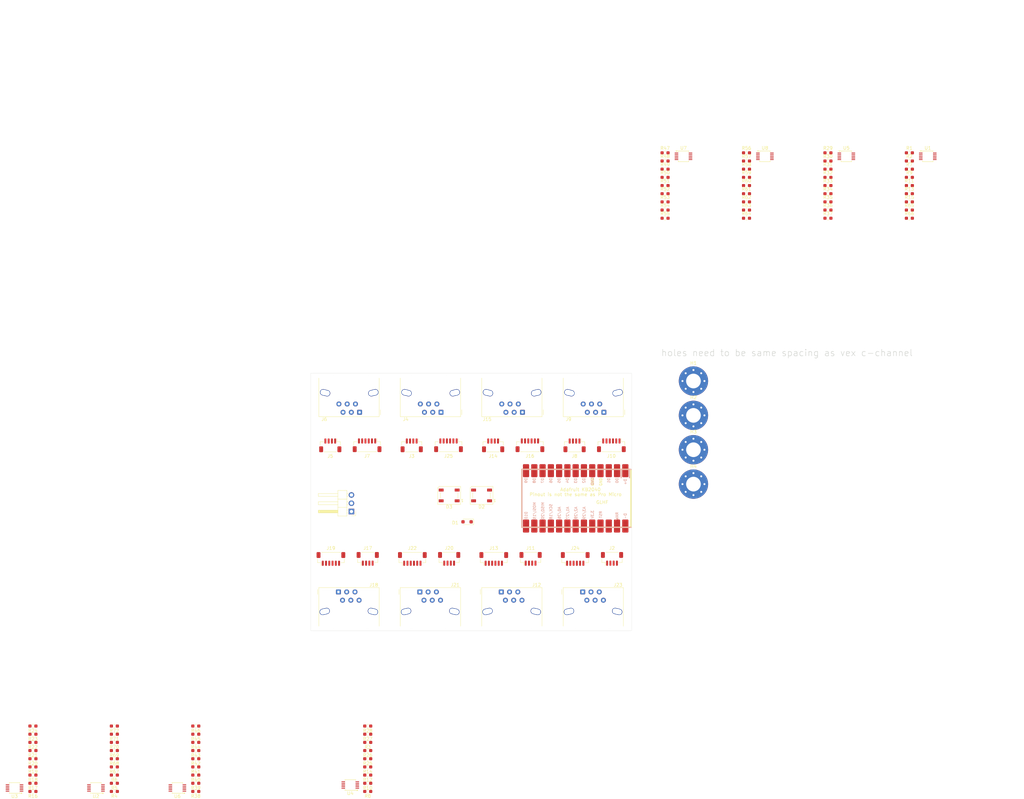
<source format=kicad_pcb>
(kicad_pcb (version 20241229) (generator "pcbnew") (generator_version "9.0")
  (layers (0 "F.Cu" signal) (2 "B.Cu" signal) (13 "F.Paste" user) (15 "B.Paste" user) (5 "F.SilkS" user "F.Silkscreen") (7 "B.SilkS" user "B.Silkscreen") (1 "F.Mask" user) (3 "B.Mask" user) (25 "Edge.Cuts" user))
  (net 0 "")
  (net 1 "+5V")
  (net 2 "GND")
  (net 3 "/scl2")
  (net 4 "/sda2")
  (net 5 "Net-(J16-Pin_4)")
  (net 7 "Net-(J16-Pin_5)")
  (net 8 "Net-(J16-Pin_3)")
  (net 9 "Net-(J16-Pin_2)")
  (net 10 "+3.3V")
  (net 11 "Net-(U6-EN)")
  (net 12 "Net-(R42-Pad2)")
  (net 13 "/sda5")
  (net 14 "/scl5")
  (net 16 "Net-(J10-Pin_2)")
  (net 17 "Net-(J10-Pin_4)")
  (net 18 "Net-(J10-Pin_3)")
  (net 19 "Net-(J10-Pin_5)")
  (net 20 "Net-(U4-EN)")
  (net 21 "Net-(R25-Pad2)")
  (net 22 "Net-(D1-A)")
  (net 23 "Net-(D2-DOUT)")
  (net 24 "/Neopixel_Data")
  (net 25 "Net-(D3-DOUT)")
  (net 26 "/scl1")
  (net 27 "/sda1")
  (net 28 "/scl3")
  (net 29 "/sda3")
  (net 30 "Net-(J25-Pin_2)")
  (net 32 "Net-(J25-Pin_5)")
  (net 33 "Net-(J25-Pin_3)")
  (net 34 "Net-(J25-Pin_4)")
  (net 35 "/scl4")
  (net 36 "/sda4")
  (net 38 "Net-(J7-Pin_3)")
  (net 39 "Net-(J7-Pin_2)")
  (net 40 "Net-(J7-Pin_4)")
  (net 41 "Net-(J7-Pin_5)")
  (net 42 "/sda6")
  (net 43 "/scl6")
  (net 45 "Net-(J13-Pin_3)")
  (net 46 "Net-(J13-Pin_2)")
  (net 47 "Net-(J13-Pin_5)")
  (net 48 "Net-(J13-Pin_4)")
  (net 49 "/scl8")
  (net 50 "/sda8")
  (net 51 "Net-(J19-Pin_3)")
  (net 52 "Net-(J19-Pin_4)")
  (net 54 "Net-(J19-Pin_2)")
  (net 55 "Net-(J19-Pin_5)")
  (net 56 "/sda7")
  (net 57 "/scl7")
  (net 59 "Net-(J22-Pin_3)")
  (net 60 "Net-(J22-Pin_2)")
  (net 61 "Net-(J22-Pin_4)")
  (net 62 "Net-(J22-Pin_5)")
  (net 63 "Net-(J24-Pin_4)")
  (net 64 "Net-(J24-Pin_2)")
  (net 66 "Net-(J24-Pin_3)")
  (net 67 "Net-(J24-Pin_5)")
  (net 68 "Net-(U2-EN)")
  (net 69 "Net-(U1-EN)")
  (net 70 "Net-(R11-Pad2)")
  (net 71 "Net-(U3-EN)")
  (net 72 "Net-(R20-Pad2)")
  (net 73 "Net-(U5-EN)")
  (net 74 "Net-(R33-Pad2)")
  (net 75 "Net-(U7-EN)")
  (net 76 "Net-(R51-Pad2)")
  (net 77 "Net-(U8-EN)")
  (net 78 "Net-(R60-Pad2)")
  (net 79 "Net-(R68-Pad2)")
  (footprint "Resistor_SMD:R_0603_1608Metric_Pad0.98x0.95mm_HandSolder" (layer "F.Cu") (at 123.7875 79.92)
    (property "Reference" "R47" (at 0 -1.43 0) (layer "F.SilkS"))
    (property "Value" "4.7k")
    (pad "1" smd roundrect (at -0.9125 0) (size 0.975 0.95) (layers "F.Cu" "F.Mask" "F.Paste") (net 10 "+3.3V"))
    (pad "2" smd roundrect (at 0.9125 0) (size 0.975 0.95) (layers "F.Cu" "F.Mask" "F.Paste") (net 50 "/sda8"))
  )
  (footprint "MountingHole:MountingHole_4.5mm_Pad_Via" (layer "F.Cu") (at 132.5 181.625)
    (property "Reference" "H4" (at 0 -5.5 0) (layer "F.SilkS"))
    (property "Value" "MountingHole_Pad")
    (pad "1" thru_hole circle (at -3.375 0) (size 0.9 0.9) (drill 0.6) (layers "*.Cu" "*.Mask") (net 2 "GND"))
    (pad "1" thru_hole circle (at -2.386485 -2.386485) (size 0.9 0.9) (drill 0.6) (layers "*.Cu" "*.Mask") (net 2 "GND"))
    (pad "1" thru_hole circle (at -2.386485 2.386485) (size 0.9 0.9) (drill 0.6) (layers "*.Cu" "*.Mask") (net 2 "GND"))
    (pad "1" thru_hole circle (at 0 -3.375) (size 0.9 0.9) (drill 0.6) (layers "*.Cu" "*.Mask") (net 2 "GND"))
    (pad "1" thru_hole circle (at 0 0) (size 9 9) (drill 4.5) (layers "*.Cu" "*.Mask") (net 2 "GND"))
    (pad "1" thru_hole circle (at 0 3.375) (size 0.9 0.9) (drill 0.6) (layers "*.Cu" "*.Mask") (net 2 "GND"))
    (pad "1" thru_hole circle (at 2.386485 -2.386485) (size 0.9 0.9) (drill 0.6) (layers "*.Cu" "*.Mask") (net 2 "GND"))
    (pad "1" thru_hole circle (at 2.386485 2.386485) (size 0.9 0.9) (drill 0.6) (layers "*.Cu" "*.Mask") (net 2 "GND"))
    (pad "1" thru_hole circle (at 3.375 0) (size 0.9 0.9) (drill 0.6) (layers "*.Cu" "*.Mask") (net 2 "GND"))
  )
  (footprint "Resistor_SMD:R_0603_1608Metric_Pad0.98x0.95mm_HandSolder" (layer "F.Cu") (at 148.7875 94.98)
    (property "Reference" "R62" (at 0 -1.43 0) (layer "F.SilkS"))
    (property "Value" "600")
    (pad "1" smd roundrect (at -0.9125 0) (size 0.975 0.95) (layers "F.Cu" "F.Mask" "F.Paste") (net 1 "+5V"))
    (pad "2" smd roundrect (at 0.9125 0) (size 0.975 0.95) (layers "F.Cu" "F.Mask" "F.Paste") (net 60 "Net-(J22-Pin_2)"))
  )
  (footprint "Resistor_SMD:R_0603_1608Metric_Pad0.98x0.95mm_HandSolder" (layer "F.Cu") (at 148.7875 92.47)
    (property "Reference" "R61" (at 0 -1.43 0) (layer "F.SilkS"))
    (property "Value" "600")
    (pad "1" smd roundrect (at -0.9125 0) (size 0.975 0.95) (layers "F.Cu" "F.Mask" "F.Paste") (net 78 "Net-(R60-Pad2)"))
    (pad "2" smd roundrect (at 0.9125 0) (size 0.975 0.95) (layers "F.Cu" "F.Mask" "F.Paste") (net 2 "GND"))
  )
  (footprint "Connector_JST:JST_SH_BM06B-SRSS-TB_1x06-1MP_P1.00mm_Vertical" (layer "F.Cu") (at 32.299999 169.7 180)
    (property "Reference" "J7" (at 0 -3.299999 180) (layer "F.SilkS"))
    (property "Value" "Conn_01x06")
    (pad "1" smd roundrect (at -2.5 1.325 180) (size 0.6 1.55) (layers "F.Cu" "F.Mask" "F.Paste") (net 1 "+5V"))
    (pad "2" smd roundrect (at -1.5 1.325 180) (size 0.6 1.55) (layers "F.Cu" "F.Mask" "F.Paste") (net 39 "Net-(J7-Pin_2)"))
    (pad "3" smd roundrect (at -0.5 1.325 180) (size 0.6 1.55) (layers "F.Cu" "F.Mask" "F.Paste") (net 38 "Net-(J7-Pin_3)"))
    (pad "4" smd roundrect (at 0.5 1.325 180) (size 0.6 1.55) (layers "F.Cu" "F.Mask" "F.Paste") (net 40 "Net-(J7-Pin_4)"))
    (pad "5" smd roundrect (at 1.5 1.325 180) (size 0.6 1.55) (layers "F.Cu" "F.Mask" "F.Paste") (net 41 "Net-(J7-Pin_5)"))
    (pad "6" smd roundrect (at 2.5 1.325 180) (size 0.6 1.55) (layers "F.Cu" "F.Mask" "F.Paste") (net 2 "GND"))
    (pad "MP" smd roundrect (at -3.8 -1.2 180) (size 1.2 1.8) (layers "F.Cu" "F.Mask" "F.Paste") (roundrect_rratio 0.208333))
    (pad "MP" smd roundrect (at 3.8 -1.2 180) (size 1.2 1.8) (layers "F.Cu" "F.Mask" "F.Paste") (roundrect_rratio 0.208333))
  )
  (footprint "Resistor_SMD:R_0603_1608Metric_Pad0.98x0.95mm_HandSolder" (layer "F.Cu") (at -45.2875 260.919999 180)
    (property "Reference" "R70" (at 0 -1.43 180) (layer "F.SilkS"))
    (property "Value" "600")
    (pad "1" smd roundrect (at -0.9125 0 180) (size 0.975 0.95) (layers "F.Cu" "F.Mask" "F.Paste") (net 1 "+5V"))
    (pad "2" smd roundrect (at 0.9125 0 180) (size 0.975 0.95) (layers "F.Cu" "F.Mask" "F.Paste") (net 30 "Net-(J25-Pin_2)"))
  )
  (footprint "Resistor_SMD:R_0603_1608Metric_Pad0.98x0.95mm_HandSolder" (layer "F.Cu") (at 198.7875 79.92)
    (property "Reference" "R1" (at 0 -1.43 0) (layer "F.SilkS"))
    (property "Value" "4.7k")
    (pad "1" smd roundrect (at -0.9125 0) (size 0.975 0.95) (layers "F.Cu" "F.Mask" "F.Paste") (net 10 "+3.3V"))
    (pad "2" smd roundrect (at 0.9125 0) (size 0.975 0.95) (layers "F.Cu" "F.Mask" "F.Paste") (net 27 "/sda1"))
  )
  (footprint "Resistor_SMD:R_0603_1608Metric_Pad0.98x0.95mm_HandSolder" (layer "F.Cu") (at -70.2875 258.409999 180)
    (property "Reference" "R23" (at 0 -1.43 180) (layer "F.SilkS"))
    (property "Value" "120")
    (pad "1" smd roundrect (at -0.9125 0 180) (size 0.975 0.95) (layers "F.Cu" "F.Mask" "F.Paste") (net 39 "Net-(J7-Pin_2)"))
    (pad "2" smd roundrect (at 0.9125 0 180) (size 0.975 0.95) (layers "F.Cu" "F.Mask" "F.Paste") (net 38 "Net-(J7-Pin_3)"))
  )
  (footprint "Resistor_SMD:R_0603_1608Metric_Pad0.98x0.95mm_HandSolder" (layer "F.Cu") (at 148.7875 87.45)
    (property "Reference" "R59" (at 0 -1.43 0) (layer "F.SilkS"))
    (property "Value" "600")
    (pad "1" smd roundrect (at -0.9125 0) (size 0.975 0.95) (layers "F.Cu" "F.Mask" "F.Paste") (net 1 "+5V"))
    (pad "2" smd roundrect (at 0.9125 0) (size 0.975 0.95) (layers "F.Cu" "F.Mask" "F.Paste") (net 61 "Net-(J22-Pin_4)"))
  )
  (footprint "Resistor_SMD:R_0603_1608Metric_Pad0.98x0.95mm_HandSolder" (layer "F.Cu") (at 173.7875 100)
    (property "Reference" "R37" (at 0 -1.43 0) (layer "F.SilkS"))
    (property "Value" "600")
    (pad "1" smd roundrect (at -0.9125 0) (size 0.975 0.95) (layers "F.Cu" "F.Mask" "F.Paste") (net 45 "Net-(J13-Pin_3)"))
    (pad "2" smd roundrect (at 0.9125 0) (size 0.975 0.95) (layers "F.Cu" "F.Mask" "F.Paste") (net 2 "GND"))
  )
  (footprint "Resistor_SMD:R_0603_1608Metric_Pad0.98x0.95mm_HandSolder" (layer "F.Cu") (at 173.7875 97.49)
    (property "Reference" "R36" (at 0 -1.43 0) (layer "F.SilkS"))
    (property "Value" "120")
    (pad "1" smd roundrect (at -0.9125 0) (size 0.975 0.95) (layers "F.Cu" "F.Mask" "F.Paste") (net 46 "Net-(J13-Pin_2)"))
    (pad "2" smd roundrect (at 0.9125 0) (size 0.975 0.95) (layers "F.Cu" "F.Mask" "F.Paste") (net 45 "Net-(J13-Pin_3)"))
  )
  (footprint "Resistor_SMD:R_0603_1608Metric_Pad0.98x0.95mm_HandSolder" (layer "F.Cu") (at -70.2875 268.449999 180)
    (property "Reference" "R19" (at 0 -1.43 180) (layer "F.SilkS"))
    (property "Value" "600")
    (pad "1" smd roundrect (at -0.9125 0 180) (size 0.975 0.95) (layers "F.Cu" "F.Mask" "F.Paste") (net 1 "+5V"))
    (pad "2" smd roundrect (at 0.9125 0 180) (size 0.975 0.95) (layers "F.Cu" "F.Mask" "F.Paste") (net 40 "Net-(J7-Pin_4)"))
  )
  (footprint "Resistor_SMD:R_0603_1608Metric_Pad0.98x0.95mm_HandSolder" (layer "F.Cu") (at -70.2875 275.979999 180)
    (property "Reference" "R16" (at 0 -1.43 180) (layer "F.SilkS"))
    (property "Value" "4.7k")
    (pad "1" smd roundrect (at -0.9125 0 180) (size 0.975 0.95) (layers "F.Cu" "F.Mask" "F.Paste") (net 10 "+3.3V"))
    (pad "2" smd roundrect (at 0.9125 0 180) (size 0.975 0.95) (layers "F.Cu" "F.Mask" "F.Paste") (net 36 "/sda4"))
  )
  (footprint "MountingHole:MountingHole_4.5mm_Pad_Via" (layer "F.Cu") (at 132.5 160.525)
    (property "Reference" "H2" (at 0 -5.5 0) (layer "F.SilkS"))
    (property "Value" "MountingHole_Pad")
    (pad "1" thru_hole circle (at -3.375 0) (size 0.9 0.9) (drill 0.6) (layers "*.Cu" "*.Mask") (net 2 "GND"))
    (pad "1" thru_hole circle (at -2.386485 -2.386485) (size 0.9 0.9) (drill 0.6) (layers "*.Cu" "*.Mask") (net 2 "GND"))
    (pad "1" thru_hole circle (at -2.386485 2.386485) (size 0.9 0.9) (drill 0.6) (layers "*.Cu" "*.Mask") (net 2 "GND"))
    (pad "1" thru_hole circle (at 0 -3.375) (size 0.9 0.9) (drill 0.6) (layers "*.Cu" "*.Mask") (net 2 "GND"))
    (pad "1" thru_hole circle (at 0 0) (size 9 9) (drill 4.5) (layers "*.Cu" "*.Mask") (net 2 "GND"))
    (pad "1" thru_hole circle (at 0 3.375) (size 0.9 0.9) (drill 0.6) (layers "*.Cu" "*.Mask") (net 2 "GND"))
    (pad "1" thru_hole circle (at 2.386485 -2.386485) (size 0.9 0.9) (drill 0.6) (layers "*.Cu" "*.Mask") (net 2 "GND"))
    (pad "1" thru_hole circle (at 2.386485 2.386485) (size 0.9 0.9) (drill 0.6) (layers "*.Cu" "*.Mask") (net 2 "GND"))
    (pad "1" thru_hole circle (at 3.375 0) (size 0.9 0.9) (drill 0.6) (layers "*.Cu" "*.Mask") (net 2 "GND"))
  )
  (footprint "Resistor_SMD:R_0603_1608Metric_Pad0.98x0.95mm_HandSolder" (layer "F.Cu") (at 123.7875 87.45)
    (property "Reference" "R50" (at 0 -1.43 0) (layer "F.SilkS"))
    (property "Value" "600")
    (pad "1" smd roundrect (at -0.9125 0) (size 0.975 0.95) (layers "F.Cu" "F.Mask" "F.Paste") (net 1 "+5V"))
    (pad "2" smd roundrect (at 0.9125 0) (size 0.975 0.95) (layers "F.Cu" "F.Mask" "F.Paste") (net 52 "Net-(J19-Pin_4)"))
  )
  (footprint "Resistor_SMD:R_0603_1608Metric_Pad0.98x0.95mm_HandSolder" (layer "F.Cu") (at -20.2875 273.469999 180)
    (property "Reference" "R39" (at 0 -1.43 180) (layer "F.SilkS"))
    (property "Value" "4.7k")
    (pad "1" smd roundrect (at -0.9125 0 180) (size 0.975 0.95) (layers "F.Cu" "F.Mask" "F.Paste") (net 10 "+3.3V"))
    (pad "2" smd roundrect (at 0.9125 0 180) (size 0.975 0.95) (layers "F.Cu" "F.Mask" "F.Paste") (net 3 "/scl2"))
  )
  (footprint "Resistor_SMD:R_0603_1608Metric_Pad0.98x0.95mm_HandSolder" (layer "F.Cu") (at -20.2875 270.959999 180)
    (property "Reference" "R40" (at 0 -1.43 180) (layer "F.SilkS"))
    (property "Value" "10k")
    (pad "1" smd roundrect (at -0.9125 0 180) (size 0.975 0.95) (layers "F.Cu" "F.Mask" "F.Paste") (net 11 "Net-(U6-EN)"))
    (pad "2" smd roundrect (at 0.9125 0 180) (size 0.975 0.95) (layers "F.Cu" "F.Mask" "F.Paste") (net 10 "+3.3V"))
  )
  (footprint "Connector_JST:JST_SH_BM06B-SRSS-TB_1x06-1MP_P1.00mm_Vertical" (layer "F.Cu") (at 82.299999 169.7 180)
    (property "Reference" "J16" (at 0 -3.299999 180) (layer "F.SilkS"))
    (property "Value" "Conn_01x06")
    (pad "1" smd roundrect (at -2.5 1.325 180) (size 0.6 1.55) (layers "F.Cu" "F.Mask" "F.Paste") (net 1 "+5V"))
    (pad "2" smd roundrect (at -1.5 1.325 180) (size 0.6 1.55) (layers "F.Cu" "F.Mask" "F.Paste") (net 9 "Net-(J16-Pin_2)"))
    (pad "3" smd roundrect (at -0.5 1.325 180) (size 0.6 1.55) (layers "F.Cu" "F.Mask" "F.Paste") (net 8 "Net-(J16-Pin_3)"))
    (pad "4" smd roundrect (at 0.5 1.325 180) (size 0.6 1.55) (layers "F.Cu" "F.Mask" "F.Paste") (net 5 "Net-(J16-Pin_4)"))
    (pad "5" smd roundrect (at 1.5 1.325 180) (size 0.6 1.55) (layers "F.Cu" "F.Mask" "F.Paste") (net 7 "Net-(J16-Pin_5)"))
    (pad "6" smd roundrect (at 2.5 1.325 180) (size 0.6 1.55) (layers "F.Cu" "F.Mask" "F.Paste") (net 2 "GND"))
    (pad "MP" smd roundrect (at -3.8 -1.2 180) (size 1.2 1.8) (layers "F.Cu" "F.Mask" "F.Paste") (roundrect_rratio 0.208333))
    (pad "MP" smd roundrect (at 3.8 -1.2 180) (size 1.2 1.8) (layers "F.Cu" "F.Mask" "F.Paste") (roundrect_rratio 0.208333))
  )
  (footprint "Resistor_SMD:R_0603_1608Metric_Pad0.98x0.95mm_HandSolder" (layer "F.Cu") (at 123.7875 89.96)
    (property "Reference" "R51" (at 0 -1.43 0) (layer "F.SilkS"))
    (property "Value" "120")
    (pad "1" smd roundrect (at -0.9125 0) (size 0.975 0.95) (layers "F.Cu" "F.Mask" "F.Paste") (net 52 "Net-(J19-Pin_4)"))
    (pad "2" smd roundrect (at 0.9125 0) (size 0.975 0.95) (layers "F.Cu" "F.Mask" "F.Paste") (net 76 "Net-(R51-Pad2)"))
  )
  (footprint "Connector_JST:JST_SH_BM04B-SRSS-TB_1x04-1MP_P1.00mm_Vertical" (layer "F.Cu") (at 82.5 204.575)
    (property "Reference" "J11" (at 0 -3.299999 0) (layer "F.SilkS"))
    (property "Value" "Conn_01x04")
    (pad "1" smd roundrect (at -1.5 1.325) (size 0.6 1.55) (layers "F.Cu" "F.Mask" "F.Paste") (net 2 "GND"))
    (pad "2" smd roundrect (at -0.5 1.325) (size 0.6 1.55) (layers "F.Cu" "F.Mask" "F.Paste") (net 1 "+5V"))
    (pad "3" smd roundrect (at 0.5 1.325) (size 0.6 1.55) (layers "F.Cu" "F.Mask" "F.Paste") (net 42 "/sda6"))
    (pad "4" smd roundrect (at 1.5 1.325) (size 0.6 1.55) (layers "F.Cu" "F.Mask" "F.Paste") (net 43 "/scl6"))
    (pad "MP" smd roundrect (at -2.8 -1.2) (size 1.2 1.8) (layers "F.Cu" "F.Mask" "F.Paste") (roundrect_rratio 0.208333))
    (pad "MP" smd roundrect (at 2.8 -1.2) (size 1.2 1.8) (layers "F.Cu" "F.Mask" "F.Paste") (roundrect_rratio 0.208333))
  )
  (footprint "Package_SO:TSSOP-10_3x3mm_P0.5mm" (layer "F.Cu") (at 129.4375 80.99)
    (property "Reference" "U7" (at 0 -2.55 0) (layer "F.SilkS"))
    (property "Value" "PCA9615DP")
    (pad "1" smd rect (at -2.15 -1) (size 1.1 0.25) (layers "F.Cu" "F.Mask" "F.Paste") (net 10 "+3.3V"))
    (pad "2" smd rect (at -2.15 -0.5) (size 1.1 0.25) (layers "F.Cu" "F.Mask" "F.Paste") (net 50 "/sda8"))
    (pad "3" smd rect (at -2.15 0) (size 1.1 0.25) (layers "F.Cu" "F.Mask" "F.Paste") (net 75 "Net-(U7-EN)"))
    (pad "4" smd rect (at -2.15 0.5) (size 1.1 0.25) (layers "F.Cu" "F.Mask" "F.Paste") (net 49 "/scl8"))
    (pad "5" smd rect (at -2.15 1) (size 1.1 0.25) (layers "F.Cu" "F.Mask" "F.Paste") (net 2 "GND"))
    (pad "6" smd rect (at 2.15 1) (size 1.1 0.25) (layers "F.Cu" "F.Mask" "F.Paste") (net 55 "Net-(J19-Pin_5)"))
    (pad "7" smd rect (at 2.15 0.5) (size 1.1 0.25) (layers "F.Cu" "F.Mask" "F.Paste") (net 52 "Net-(J19-Pin_4)"))
    (pad "8" smd rect (at 2.15 0) (size 1.1 0.25) (layers "F.Cu" "F.Mask" "F.Paste") (net 54 "Net-(J19-Pin_2)"))
    (pad "9" smd rect (at 2.15 -0.5) (size 1.1 0.25) (layers "F.Cu" "F.Mask" "F.Paste") (net 51 "Net-(J19-Pin_3)"))
    (pad "10" smd rect (at 2.15 -1) (size 1.1 0.25) (layers "F.Cu" "F.Mask" "F.Paste") (net 1 "+5V"))
  )
  (footprint "MountingHole:MountingHole_4.5mm_Pad_Via" (layer "F.Cu") (at 132.5 149.975)
    (property "Reference" "H1" (at 0 -5.5 0) (layer "F.SilkS"))
    (property "Value" "MountingHole_Pad")
    (pad "1" thru_hole circle (at -3.375 0) (size 0.9 0.9) (drill 0.6) (layers "*.Cu" "*.Mask") (net 2 "GND"))
    (pad "1" thru_hole circle (at -2.386485 -2.386485) (size 0.9 0.9) (drill 0.6) (layers "*.Cu" "*.Mask") (net 2 "GND"))
    (pad "1" thru_hole circle (at -2.386485 2.386485) (size 0.9 0.9) (drill 0.6) (layers "*.Cu" "*.Mask") (net 2 "GND"))
    (pad "1" thru_hole circle (at 0 -3.375) (size 0.9 0.9) (drill 0.6) (layers "*.Cu" "*.Mask") (net 2 "GND"))
    (pad "1" thru_hole circle (at 0 0) (size 9 9) (drill 4.5) (layers "*.Cu" "*.Mask") (net 2 "GND"))
    (pad "1" thru_hole circle (at 0 3.375) (size 0.9 0.9) (drill 0.6) (layers "*.Cu" "*.Mask") (net 2 "GND"))
    (pad "1" thru_hole circle (at 2.386485 -2.386485) (size 0.9 0.9) (drill 0.6) (layers "*.Cu" "*.Mask") (net 2 "GND"))
    (pad "1" thru_hole circle (at 2.386485 2.386485) (size 0.9 0.9) (drill 0.6) (layers "*.Cu" "*.Mask") (net 2 "GND"))
    (pad "1" thru_hole circle (at 3.375 0) (size 0.9 0.9) (drill 0.6) (layers "*.Cu" "*.Mask") (net 2 "GND"))
  )
  (footprint "kb2040:kb2040" (layer "F.Cu") (at 97.61 186 -90)
    (property "Reference" "U9" (hide yes))
    (property "Value" "kb2040" (hide yes))
    (fp_text user "GND" (at -5.061905 -3.9162 90) (layer "F.SilkS") (effects (font (size 0.8 0.8))))
    (fp_text user "Pinout is not the same as Pro Micro" (at -1.2 1.3 0) (layer "F.SilkS"))
    (fp_text user "GND" (at -5.061905 -6.4562 90) (layer "F.SilkS") (effects (font (size 0.8 0.8))))
    (fp_text user "GLHF" (at 1.2 -6.9 0) (layer "F.SilkS"))
    (fp_text user "Adafruit KB2040" (at -2.7 -0.2 0) (layer "F.SilkS"))
    (fp_text user "D-" (at 5.461 -13.97 90) (layer "B.SilkS") (effects (font (size 0.8 0.8)) (justify mirror)))
    (fp_text user "RAW" (at 5.461001 -11.43 90) (layer "B.SilkS") (effects (font (size 0.8 0.8)) (justify mirror)))
    (fp_text user "D5" (at -5.461 6.35 90) (layer "B.SilkS") (effects (font (size 0.8 0.8)) (justify mirror)))
    (fp_text user "D0" (at -5.461001 -11.43 90) (layer "B.SilkS") (effects (font (size 0.8 0.8)) (justify mirror)))
    (fp_text user "D+" (at -5.08 -13.97 90) (layer "B.SilkS") (effects (font (size 0.8 0.8)) (justify mirror)))
    (fp_text user "MISO/20" (at 3.81 11.3538 90) (layer "B.SilkS") (effects (font (size 0.8 0.8)) (justify mirror)))
    (fp_text user "A0/26" (at 4.4704 6.2738 90) (layer "B.SilkS") (effects (font (size 0.8 0.8)) (justify mirror)))
    (fp_text user "3.3V" (at 4.9784 -3.860799 90) (layer "B.SilkS") (effects (font (size 0.8 0.8)) (justify mirror)))
    (fp_text user "A3/29" (at 4.4704 -1.3462 90) (layer "B.SilkS") (effects (font (size 0.8 0.8)) (justify mirror)))
    (fp_text user "D1" (at -5.461 -8.89 90) (layer "B.SilkS") (effects (font (size 0.8 0.8)) (justify mirror)))
    (fp_text user "SCK/18" (at 4.0894 8.89 90) (layer "B.SilkS") (effects (font (size 0.8 0.8)) (justify mirror)))
    (fp_text user "A1/27" (at 4.4704 3.7338 90) (layer "B.SilkS") (effects (font (size 0.8 0.8)) (justify mirror)))
    (fp_text user "MOSI/19" (at 3.81 13.8938 90) (layer "B.SilkS") (effects (font (size 0.8 0.8)) (justify mirror)))
    (fp_text user "D8" (at -5.461 13.97 90) (layer "B.SilkS") (effects (font (size 0.8 0.8)) (justify mirror)))
    (fp_text user "RST" (at 4.978399 -6.4008 90) (layer "B.SilkS") (effects (font (size 0.8 0.8)) (justify mirror)))
    (fp_text user "D3" (at -5.461001 1.27 90) (layer "B.SilkS") (effects (font (size 0.8 0.8)) (justify mirror)))
    (fp_text user "D10" (at 5.2324 16.4846 90) (layer "B.SilkS") (effects (font (size 0.8 0.8)) (justify mirror)))
    (fp_text user "D6" (at -5.461 8.89 90) (layer "B.SilkS") (effects (font (size 0.8 0.8)) (justify mirror)))
    (fp_text user "D2" (at -5.461001 -1.27 90) (layer "B.SilkS") (effects (font (size 0.8 0.8)) (justify mirror)))
    (fp_text user "D7" (at -5.461001 11.43 90) (layer "B.SilkS") (effects (font (size 0.8 0.8)) (justify mirror)))
    (fp_text user "A2/28" (at 4.4704 1.1938 90) (layer "B.SilkS") (effects (font (size 0.8 0.8)) (justify mirror)))
    (fp_text user "GND" (at -5.2578 -3.886199 90) (layer "B.SilkS") (effects (font (size 0.8 0.8)) (justify mirror)))
    (fp_text user "D9" (at -5.5 16.5 90) (layer "B.SilkS") (effects (font (size 0.8 0.8)) (justify mirror)))
    (fp_text user "D4" (at -5.461 3.81 90) (layer "B.SilkS") (effects (font (size 0.8 0.8)) (justify mirror)))
    (pad "1" smd roundrect (at -8.5 -13.97 180) (size 1.91008 4) (layers "F.Cu" "F.Mask" "F.Paste") (roundrect_rratio 0.14))
    (pad "2" smd roundrect (at -8.5 -11.43 180) (size 1.91008 4) (layers "F.Cu" "F.Mask" "F.Paste") (roundrect_rratio 0.14) (net 27 "/sda1"))
    (pad "3" smd roundrect (at -8.5 -8.89 180) (size 1.91008 4) (layers "F.Cu" "F.Mask" "F.Paste") (roundrect_rratio 0.14) (net 26 "/scl1"))
    (pad "4" smd roundrect (at -8.500001 -6.35 180) (size 1.91008 4) (layers "F.Cu" "F.Mask" "F.Paste") (roundrect_rratio 0.14) (net 2 "GND"))
    (pad "5" smd roundrect (at -8.5 -3.81 180) (size 1.91008 4) (layers "F.Cu" "F.Mask" "F.Paste") (roundrect_rratio 0.14) (net 2 "GND"))
    (pad "6" smd roundrect (at -8.5 -1.27 180) (size 1.91008 4) (layers "F.Cu" "F.Mask" "F.Paste") (roundrect_rratio 0.14) (net 4 "/sda2"))
    (pad "7" smd roundrect (at -8.5 1.27 180) (size 1.91008 4) (layers "F.Cu" "F.Mask" "F.Paste") (roundrect_rratio 0.14) (net 3 "/scl2"))
    (pad "8" smd roundrect (at -8.5 3.81 180) (size 1.91008 4) (layers "F.Cu" "F.Mask" "F.Paste") (roundrect_rratio 0.14) (net 29 "/sda3"))
    (pad "9" smd roundrect (at -8.500001 6.35 180) (size 1.91008 4) (layers "F.Cu" "F.Mask" "F.Paste") (roundrect_rratio 0.14) (net 28 "/scl3"))
    (pad "10" smd roundrect (at -8.5 8.89 180) (size 1.91008 4) (layers "F.Cu" "F.Mask" "F.Paste") (roundrect_rratio 0.14) (net 36 "/sda4"))
    (pad "11" smd roundrect (at -8.5 11.43 180) (size 1.91008 4) (layers "F.Cu" "F.Mask" "F.Paste") (roundrect_rratio 0.14) (net 35 "/scl4"))
    (pad "12" smd roundrect (at -8.5 13.97 180) (size 1.91008 4) (layers "F.Cu" "F.Mask" "F.Paste") (roundrect_rratio 0.14) (net 13 "/sda5"))
    (pad "13" smd roundrect (at -8.500001 16.51 180) (size 1.91008 4) (layers "F.Cu" "F.Mask" "F.Paste") (roundrect_rratio 0.14) (net 14 "/scl5"))
    (pad "14" smd roundrect (at 8.5 -13.97 180) (size 1.91008 4) (layers "F.Cu" "F.Mask" "F.Paste") (roundrect_rratio 0.14))
    (pad "15" smd roundrect (at 8.5 -11.43 180) (size 1.91008 4) (layers "F.Cu" "F.Mask" "F.Paste") (roundrect_rratio 0.14) (net 22 "Net-(D1-A)"))
    (pad "16" smd roundrect (at 8.5 -8.89 180) (size 1.91008 4) (layers "F.Cu" "F.Mask" "F.Paste") (roundrect_rratio 0.14) (net 2 "GND"))
    (pad "17" smd roundrect (at 8.500001 -6.35 180) (size 1.91008 4) (layers "F.Cu" "F.Mask" "F.Paste") (roundrect_rratio 0.14))
    (pad "18" smd roundrect (at 8.5 -3.81 180) (size 1.91008 4) (layers "F.Cu" "F.Mask" "F.Paste") (roundrect_rratio 0.14) (net 10 "+3.3V"))
    (pad "19" smd roundrect (at 8.5 -1.27 180) (size 1.91008 4) (layers "F.Cu" "F.Mask" "F.Paste") (roundrect_rratio 0.14))
    (pad "20" smd roundrect (at 8.5 1.27 180) (size 1.91008 4) (layers "F.Cu" "F.Mask" "F.Paste") (roundrect_rratio 0.14) (net 42 "/sda6"))
    (pad "21" smd roundrect (at 8.5 3.81 180) (size 1.91008 4) (layers "F.Cu" "F.Mask" "F.Paste") (roundrect_rratio 0.14) (net 43 "/scl6"))
    (pad "22" smd roundrect (at 8.500001 6.35 180) (size 1.91008 4) (layers "F.Cu" "F.Mask" "F.Paste") (roundrect_rratio 0.14) (net 56 "/sda7"))
    (pad "23" smd roundrect (at 8.5 8.89 180) (size 1.91008 4) (layers "F.Cu" "F.Mask" "F.Paste") (roundrect_rratio 0.14) (net 57 "/scl7"))
    (pad "24" smd roundrect (at 8.5 11.43 180) (size 1.91008 4) (layers "F.Cu" "F.Mask" "F.Paste") (roundrect_rratio 0.14) (net 50 "/sda8"))
    (pad "25" smd roundrect (at 8.5 13.97 180) (size 1.91008 4) (layers "F.Cu" "F.Mask" "F.Paste") (roundrect_rratio 0.14) (net 49 "/scl8"))
    (pad "26" smd roundrect (at 8.500001 16.51 180) (size 1.91008 4) (layers "F.Cu" "F.Mask" "F.Paste") (roundrect_rratio 0.14) (net 24 "/Neopixel_Data"))
  )
  (footprint "Connector_JST:JST_SH_BM04B-SRSS-TB_1x04-1MP_P1.00mm_Vertical" (layer "F.Cu") (at 21 169.724999 180)
    (property "Reference" "J5" (at 0 -3.299999 180) (layer "F.SilkS"))
    (property "Value" "Conn_01x04")
    (pad "1" smd roundrect (at -1.5 1.325 180) (size 0.6 1.55) (layers "F.Cu" "F.Mask" "F.Paste") (net 2 "GND"))
    (pad "2" smd roundrect (at -0.5 1.325 180) (size 0.6 1.55) (layers "F.Cu" "F.Mask" "F.Paste") (net 1 "+5V"))
    (pad "3" smd roundrect (at 0.5 1.325 180) (size 0.6 1.55) (layers "F.Cu" "F.Mask" "F.Paste") (net 36 "/sda4"))
    (pad "4" smd roundrect (at 1.5 1.325 180) (size 0.6 1.55) (layers "F.Cu" "F.Mask" "F.Paste") (net 35 "/scl4"))
    (pad "MP" smd roundrect (at -2.8 -1.2 180) (size 1.2 1.8) (layers "F.Cu" "F.Mask" "F.Paste") (roundrect_rratio 0.208333))
    (pad "MP" smd roundrect (at 2.8 -1.2 180) (size 1.2 1.8) (layers "F.Cu" "F.Mask" "F.Paste") (roundrect_rratio 0.208333))
  )
  (footprint "RJ12_Pin_Connector:RJ12_Pin_Connector" (layer "F.Cu") (at 105 159.57 180)
    (property "Reference" "J9" (at 10.85 -2.159999 180) (layer "F.SilkS"))
    (property "Value" "RJ12_Shielded")
    (pad "" np_thru_hole circle (at -2.2175 8.89 180) (size 3.25 3.25) (drill oval 3.885 3.25) (layers "*.Cu" "*.Mask"))
    (pad "" np_thru_hole circle (at 8.5775 8.89 180) (size 3.25 3.25) (drill oval 3.885 3.25) (layers "*.Cu" "*.Mask"))
    (pad "1" thru_hole roundrect (at 0 0 180) (size 1.52 1.52) (drill 0.76) (layers "*.Cu" "*.Mask") (roundrect_rratio 0.1644736842) (net 1 "+5V"))
    (pad "2" thru_hole circle (at 1.27 2.54 180) (size 1.52 1.52) (drill 0.76) (layers "*.Cu" "*.Mask") (net 16 "Net-(J10-Pin_2)"))
    (pad "3" thru_hole circle (at 2.54 0 180) (size 1.52 1.52) (drill 0.76) (layers "*.Cu" "*.Mask") (net 18 "Net-(J10-Pin_3)"))
    (pad "4" thru_hole circle (at 3.81 2.54 180) (size 1.52 1.52) (drill 0.76) (layers "*.Cu" "*.Mask") (net 17 "Net-(J10-Pin_4)"))
    (pad "5" thru_hole circle (at 5.08 0 180) (size 1.52 1.52) (drill 0.76) (layers "*.Cu" "*.Mask") (net 19 "Net-(J10-Pin_5)"))
    (pad "6" thru_hole circle (at 6.35 2.54 180) (size 1.52 1.52) (drill 0.76) (layers "*.Cu" "*.Mask") (net 2 "GND"))
    (pad "SH" thru_hole oval (at -4.222197 5.990478 13.5) (size 3.181 1.9) (drill oval 2.851 1.57) (layers "*.Cu" "*.Mask"))
    (pad "SH" thru_hole oval (at 10.582197 5.990478 346.5) (size 3.181 1.9) (drill oval 2.851 1.57) (layers "*.Cu" "*.Mask"))
  )
  (footprint "Package_SO:TSSOP-10_3x3mm_P0.5mm" (layer "F.Cu") (at 27.15 274 180)
    (property "Reference" "U4" (at 0 -2.55 180) (layer "F.SilkS"))
    (property "Value" "PCA9615DP")
    (pad "1" smd rect (at -2.15 -1 180) (size 1.1 0.25) (layers "F.Cu" "F.Mask" "F.Paste") (net 10 "+3.3V"))
    (pad "2" smd rect (at -2.15 -0.5 180) (size 1.1 0.25) (layers "F.Cu" "F.Mask" "F.Paste") (net 13 "/sda5"))
    (pad "3" smd rect (at -2.15 0 180) (size 1.1 0.25) (layers "F.Cu" "F.Mask" "F.Paste") (net 20 "Net-(U4-EN)"))
    (pad "4" smd rect (at -2.15 0.5 180) (size 1.1 0.25) (layers "F.Cu" "F.Mask" "F.Paste") (net 14 "/scl5"))
    (pad "5" smd rect (at -2.15 1 180) (size 1.1 0.25) (layers "F.Cu" "F.Mask" "F.Paste") (net 2 "GND"))
    (pad "6" smd rect (at 2.15 1 180) (size 1.1 0.25) (layers "F.Cu" "F.Mask" "F.Paste") (net 19 "Net-(J10-Pin_5)"))
    (pad "7" smd rect (at 2.15 0.5 180) (size 1.1 0.25) (layers "F.Cu" "F.Mask" "F.Paste") (net 17 "Net-(J10-Pin_4)"))
    (pad "8" smd rect (at 2.15 0 180) (size 1.1 0.25) (layers "F.Cu" "F.Mask" "F.Paste") (net 16 "Net-(J10-Pin_2)"))
    (pad "9" smd rect (at 2.15 -0.5 180) (size 1.1 0.25) (layers "F.Cu" "F.Mask" "F.Paste") (net 18 "Net-(J10-Pin_3)"))
    (pad "10" smd rect (at 2.15 -1 180) (size 1.1 0.25) (layers "F.Cu" "F.Mask" "F.Paste") (net 1 "+5V"))
  )
  (footprint "Resistor_SMD:R_0603_1608Metric_Pad0.98x0.95mm_HandSolder" (layer "F.Cu") (at 198.7875 82.43)
    (property "Reference" "R2" (at 0 -1.43 0) (layer "F.SilkS"))
    (property "Value" "4.7k")
    (pad "1" smd roundrect (at -0.9125 0) (size 0.975 0.95) (layers "F.Cu" "F.Mask" "F.Paste") (net 10 "+3.3V"))
    (pad "2" smd roundrect (at 0.9125 0) (size 0.975 0.95) (layers "F.Cu" "F.Mask" "F.Paste") (net 26 "/scl1"))
  )
  (footprint "Connector_JST:JST_SH_BM06B-SRSS-TB_1x06-1MP_P1.00mm_Vertical" (layer "F.Cu") (at 107.299999 169.7 180)
    (property "Reference" "J10" (at 0 -3.299999 180) (layer "F.SilkS"))
    (property "Value" "Conn_01x06")
    (pad "1" smd roundrect (at -2.5 1.325 180) (size 0.6 1.55) (layers "F.Cu" "F.Mask" "F.Paste") (net 1 "+5V"))
    (pad "2" smd roundrect (at -1.5 1.325 180) (size 0.6 1.55) (layers "F.Cu" "F.Mask" "F.Paste") (net 16 "Net-(J10-Pin_2)"))
    (pad "3" smd roundrect (at -0.5 1.325 180) (size 0.6 1.55) (layers "F.Cu" "F.Mask" "F.Paste") (net 18 "Net-(J10-Pin_3)"))
    (pad "4" smd roundrect (at 0.5 1.325 180) (size 0.6 1.55) (layers "F.Cu" "F.Mask" "F.Paste") (net 17 "Net-(J10-Pin_4)"))
    (pad "5" smd roundrect (at 1.5 1.325 180) (size 0.6 1.55) (layers "F.Cu" "F.Mask" "F.Paste") (net 19 "Net-(J10-Pin_5)"))
    (pad "6" smd roundrect (at 2.5 1.325 180) (size 0.6 1.55) (layers "F.Cu" "F.Mask" "F.Paste") (net 2 "GND"))
    (pad "MP" smd roundrect (at -3.8 -1.2 180) (size 1.2 1.8) (layers "F.Cu" "F.Mask" "F.Paste") (roundrect_rratio 0.208333))
    (pad "MP" smd roundrect (at 3.8 -1.2 180) (size 1.2 1.8) (layers "F.Cu" "F.Mask" "F.Paste") (roundrect_rratio 0.208333))
  )
  (footprint "Connector_JST:JST_SH_BM04B-SRSS-TB_1x04-1MP_P1.00mm_Vertical" (layer "F.Cu") (at 107.5 204.575)
    (property "Reference" "J2" (at 0 -3.299999 0) (layer "F.SilkS"))
    (property "Value" "Conn_01x04")
    (pad "1" smd roundrect (at -1.5 1.325) (size 0.6 1.55) (layers "F.Cu" "F.Mask" "F.Paste") (net 2 "GND"))
    (pad "2" smd roundrect (at -0.5 1.325) (size 0.6 1.55) (layers "F.Cu" "F.Mask" "F.Paste") (net 1 "+5V"))
    (pad "3" smd roundrect (at 0.5 1.325) (size 0.6 1.55) (layers "F.Cu" "F.Mask" "F.Paste") (net 27 "/sda1"))
    (pad "4" smd roundrect (at 1.5 1.325) (size 0.6 1.55) (layers "F.Cu" "F.Mask" "F.Paste") (net 26 "/scl1"))
    (pad "MP" smd roundrect (at -2.8 -1.2) (size 1.2 1.8) (layers "F.Cu" "F.Mask" "F.Paste") (roundrect_rratio 0.208333))
    (pad "MP" smd roundrect (at 2.8 -1.2) (size 1.2 1.8) (layers "F.Cu" "F.Mask" "F.Paste") (roundrect_rratio 0.208333))
  )
  (footprint "Resistor_SMD:R_0603_1608Metric_Pad0.98x0.95mm_HandSolder" (layer "F.Cu") (at 148.7875 89.96)
    (property "Reference" "R60" (at 0 -1.43 0) (layer "F.SilkS"))
    (property "Value" "120")
    (pad "1" smd roundrect (at -0.9125 0) (size 0.975 0.95) (layers "F.Cu" "F.Mask" "F.Paste") (net 61 "Net-(J22-Pin_4)"))
    (pad "2" smd roundrect (at 0.9125 0) (size 0.975 0.95) (layers "F.Cu" "F.Mask" "F.Paste") (net 78 "Net-(R60-Pad2)"))
  )
  (footprint "RJ12_Pin_Connector:RJ12_Pin_Connector" (layer "F.Cu") (at 23.5 214.73)
    (property "Reference" "J18" (at 10.85 -2.16 0) (layer "F.SilkS"))
    (property "Value" "RJ12_Shielded")
    (pad "" np_thru_hole circle (at -2.2175 8.89) (size 3.25 3.25) (drill oval 3.885 3.25) (layers "*.Cu" "*.Mask"))
    (pad "" np_thru_hole circle (at 8.5775 8.89) (size 3.25 3.25) (drill oval 3.885 3.25) (layers "*.Cu" "*.Mask"))
    (pad "1" thru_hole roundrect (at 0 0) (size 1.52 1.52) (drill 0.76) (layers "*.Cu" "*.Mask") (roundrect_rratio 0.1644736842) (net 1 "+5V"))
    (pad "2" thru_hole circle (at 1.27 2.54) (size 1.52 1.52) (drill 0.76) (layers "*.Cu" "*.Mask") (net 54 "Net-(J19-Pin_2)"))
    (pad "3" thru_hole circle (at 2.54 0) (size 1.52 1.52) (drill 0.76) (layers "*.Cu" "*.Mask") (net 51 "Net-(J19-Pin_3)"))
    (pad "4" thru_hole circle (at 3.81 2.54) (size 1.52 1.52) (drill 0.76) (layers "*.Cu" "*.Mask") (net 52 "Net-(J19-Pin_4)"))
    (pad "5" thru_hole circle (at 5.079999 0) (size 1.52 1.52) (drill 0.76) (layers "*.Cu" "*.Mask") (net 55 "Net-(J19-Pin_5)"))
    (pad "6" thru_hole circle (at 6.35 2.54) (size 1.52 1.52) (drill 0.76) (layers "*.Cu" "*.Mask") (net 2 "GND"))
    (pad "SH" thru_hole oval (at -4.222198 5.990478 193.5) (size 3.181 1.9) (drill oval 2.851 1.57) (layers "*.Cu" "*.Mask"))
    (pad "SH" thru_hole oval (at 10.582197 5.990478 166.5) (size 3.181 1.9) (drill oval 2.851 1.57) (layers "*.Cu" "*.Mask"))
  )
  (footprint "Diode_SMD:D_SOD-323_HandSoldering" (layer "F.Cu") (at 63 193.2 180)
    (property "Reference" "D1" (at 3.649999 -0.3 0) (layer "F.SilkS"))
    (property "Value" "CMS06(TE12L,Q,M)")
    (pad "1" smd roundrect (at -1.249999 0 180) (size 1 1) (layers "F.Cu" "F.Mask" "F.Paste") (net 1 "+5V"))
    (pad "2" smd roundrect (at 1.249999 0 180) (size 1 1) (layers "F.Cu" "F.Mask" "F.Paste") (net 22 "Net-(D1-A)"))
  )
  (footprint "Resistor_SMD:R_0603_1608Metric_Pad0.98x0.95mm_HandSolder" (layer "F.Cu") (at 173.7875 89.96)
    (property "Reference" "R33" (at 0 -1.43 0) (layer "F.SilkS"))
    (property "Value" "120")
    (pad "1" smd roundrect (at -0.9125 0) (size 0.975 0.95) (layers "F.Cu" "F.Mask" "F.Paste") (net 48 "Net-(J13-Pin_4)"))
    (pad "2" smd roundrect (at 0.9125 0) (size 0.975 0.95) (layers "F.Cu" "F.Mask" "F.Paste") (net 74 "Net-(R33-Pad2)"))
  )
  (footprint "Resistor_SMD:R_0603_1608Metric_Pad0.98x0.95mm_HandSolder" (layer "F.Cu") (at -20.2875 268.449999 180)
    (property "Reference" "R41" (at 0 -1.43 180) (layer "F.SilkS"))
    (property "Value" "600")
    (pad "1" smd roundrect (at -0.9125 0 180) (size 0.975 0.95) (layers "F.Cu" "F.Mask" "F.Paste") (net 1 "+5V"))
    (pad "2" smd roundrect (at 0.9125 0 180) (size 0.975 0.95) (layers "F.Cu" "F.Mask" "F.Paste") (net 5 "Net-(J16-Pin_4)"))
  )
  (footprint "Resistor_SMD:R_0603_1608Metric_Pad0.98x0.95mm_HandSolder" (layer "F.Cu") (at 32.5 260.919999 180)
    (property "Reference" "R3" (at 0 -1.43 180) (layer "F.SilkS"))
    (property "Value" "600")
    (pad "1" smd roundrect (at -0.9125 0 180) (size 0.975 0.95) (layers "F.Cu" "F.Mask" "F.Paste") (net 1 "+5V"))
    (pad "2" smd roundrect (at 0.9125 0 180) (size 0.975 0.95) (layers "F.Cu" "F.Mask" "F.Paste") (net 16 "Net-(J10-Pin_2)"))
  )
  (footprint "Resistor_SMD:R_0603_1608Metric_Pad0.98x0.95mm_HandSolder" (layer "F.Cu") (at -45.2875 265.939999 180)
    (property "Reference" "R68" (at 0 -1.43 180) (layer "F.SilkS"))
    (property "Value" "120")
    (pad "1" smd roundrect (at -0.9125 0 180) (size 0.975 0.95) (layers "F.Cu" "F.Mask" "F.Paste") (net 34 "Net-(J25-Pin_4)"))
    (pad "2" smd roundrect (at 0.9125 0 180) (size 0.975 0.95) (layers "F.Cu" "F.Mask" "F.Paste") (net 79 "Net-(R68-Pad2)"))
  )
  (footprint "Connector_JST:JST_SH_BM04B-SRSS-TB_1x04-1MP_P1.00mm_Vertical" (layer "F.Cu") (at 96 169.724999 180)
    (property "Reference" "J8" (at 0 -3.299999 180) (layer "F.SilkS"))
    (property "Value" "Conn_01x04")
    (pad "1" smd roundrect (at -1.5 1.325 180) (size 0.6 1.55) (layers "F.Cu" "F.Mask" "F.Paste") (net 2 "GND"))
    (pad "2" smd roundrect (at -0.5 1.325 180) (size 0.6 1.55) (layers "F.Cu" "F.Mask" "F.Paste") (net 1 "+5V"))
    (pad "3" smd roundrect (at 0.5 1.325 180) (size 0.6 1.55) (layers "F.Cu" "F.Mask" "F.Paste") (net 13 "/sda5"))
    (pad "4" smd roundrect (at 1.5 1.325 180) (size 0.6 1.55) (layers "F.Cu" "F.Mask" "F.Paste") (net 14 "/scl5"))
    (pad "MP" smd roundrect (at -2.8 -1.2 180) (size 1.2 1.8) (layers "F.Cu" "F.Mask" "F.Paste") (roundrect_rratio 0.208333))
    (pad "MP" smd roundrect (at 2.8 -1.2 180) (size 1.2 1.8) (layers "F.Cu" "F.Mask" "F.Paste") (roundrect_rratio 0.208333))
  )
  (footprint "Package_SO:TSSOP-10_3x3mm_P0.5mm" (layer "F.Cu") (at 204.4375 80.99)
    (property "Reference" "U1" (at 0 -2.55 0) (layer "F.SilkS"))
    (property "Value" "PCA9615DP")
    (pad "1" smd rect (at -2.15 -1) (size 1.1 0.25) (layers "F.Cu" "F.Mask" "F.Paste") (net 10 "+3.3V"))
    (pad "2" smd rect (at -2.15 -0.5) (size 1.1 0.25) (layers "F.Cu" "F.Mask" "F.Paste") (net 27 "/sda1"))
    (pad "3" smd rect (at -2.15 0) (size 1.1 0.25) (layers "F.Cu" "F.Mask" "F.Paste") (net 69 "Net-(U1-EN)"))
    (pad "4" smd rect (at -2.15 0.5) (size 1.1 0.25) (layers "F.Cu" "F.Mask" "F.Paste") (net 26 "/scl1"))
    (pad "5" smd rect (at -2.15 1) (size 1.1 0.25) (layers "F.Cu" "F.Mask" "F.Paste") (net 2 "GND"))
    (pad "6" smd rect (at 2.15 1) (size 1.1 0.25) (layers "F.Cu" "F.Mask" "F.Paste") (net 67 "Net-(J24-Pin_5)"))
    (pad "7" smd rect (at 2.15 0.5) (size 1.1 0.25) (layers "F.Cu" "F.Mask" "F.Paste") (net 63 "Net-(J24-Pin_4)"))
    (pad "8" smd rect (at 2.15 0) (size 1.1 0.25) (layers "F.Cu" "F.Mask" "F.Paste") (net 64 "Net-(J24-Pin_2)"))
    (pad "9" smd rect (at 2.15 -0.5) (size 1.1 0.25) (layers "F.Cu" "F.Mask" "F.Paste") (net 66 "Net-(J24-Pin_3)"))
    (pad "10" smd rect (at 2.15 -1) (size 1.1 0.25) (layers "F.Cu" "F.Mask" "F.Paste") (net 1 "+5V"))
  )
  (footprint "Resistor_SMD:R_0603_1608Metric_Pad0.98x0.95mm_HandSolder" (layer "F.Cu") (at 148.7875 97.49)
    (property "Reference" "R63" (at 0 -1.43 0) (layer "F.SilkS"))
    (property "Value" "120")
    (pad "1" smd roundrect (at -0.9125 0) (size 0.975 0.95) (layers "F.Cu" "F.Mask" "F.Paste") (net 60 "Net-(J22-Pin_2)"))
    (pad "2" smd roundrect (at 0.9125 0) (size 0.975 0.95) (layers "F.Cu" "F.Mask" "F.Paste") (net 59 "Net-(J22-Pin_3)"))
  )
  (footprint "Resistor_SMD:R_0603_1608Metric_Pad0.98x0.95mm_HandSolder" (layer "F.Cu") (at -45.2875 270.959999 180)
    (property "Reference" "R6" (at 0 -1.43 180) (layer "F.SilkS"))
    (property "Value" "10k")
    (pad "1" smd roundrect (at -0.9125 0 180) (size 0.975 0.95) (layers "F.Cu" "F.Mask" "F.Paste") (net 68 "Net-(U2-EN)"))
    (pad "2" smd roundrect (at 0.9125 0 180) (size 0.975 0.95) (layers "F.Cu" "F.Mask" "F.Paste") (net 10 "+3.3V"))
  )
  (footprint "RJ12_Pin_Connector:RJ12_Pin_Connector" (layer "F.Cu") (at 30 159.57 180)
    (property "Reference" "J6" (at 10.85 -2.159999 180) (layer "F.SilkS"))
    (property "Value" "RJ12_Shielded")
    (pad "" np_thru_hole circle (at -2.2175 8.89 180) (size 3.25 3.25) (drill oval 3.885 3.25) (layers "*.Cu" "*.Mask"))
    (pad "" np_thru_hole circle (at 8.5775 8.89 180) (size 3.25 3.25) (drill oval 3.885 3.25) (layers "*.Cu" "*.Mask"))
    (pad "1" thru_hole roundrect (at 0 0 180) (size 1.52 1.52) (drill 0.76) (layers "*.Cu" "*.Mask") (roundrect_rratio 0.1644736842) (net 1 "+5V"))
    (pad "2" thru_hole circle (at 1.27 2.54 180) (size 1.52 1.52) (drill 0.76) (layers "*.Cu" "*.Mask") (net 39 "Net-(J7-Pin_2)"))
    (pad "3" thru_hole circle (at 2.54 0 180) (size 1.52 1.52) (drill 0.76) (layers "*.Cu" "*.Mask") (net 38 "Net-(J7-Pin_3)"))
    (pad "4" thru_hole circle (at 3.81 2.54 180) (size 1.52 1.52) (drill 0.76) (layers "*.Cu" "*.Mask") (net 40 "Net-(J7-Pin_4)"))
    (pad "5" thru_hole circle (at 5.08 0 180) (size 1.52 1.52) (drill 0.76) (layers "*.Cu" "*.Mask") (net 41 "Net-(J7-Pin_5)"))
    (pad "6" thru_hole circle (at 6.35 2.54 180) (size 1.52 1.52) (drill 0.76) (layers "*.Cu" "*.Mask") (net 2 "GND"))
    (pad "SH" thru_hole oval (at -4.222197 5.990478 13.5) (size 3.181 1.9) (drill oval 2.851 1.57) (layers "*.Cu" "*.Mask"))
    (pad "SH" thru_hole oval (at 10.582197 5.990478 346.5) (size 3.181 1.9) (drill oval 2.851 1.57) (layers "*.Cu" "*.Mask"))
  )
  (footprint "Resistor_SMD:R_0603_1608Metric_Pad0.98x0.95mm_HandSolder" (layer "F.Cu") (at 32.5 268.449999 180)
    (property "Reference" "R14" (at 0 -1.43 180) (layer "F.SilkS"))
    (property "Value" "600")
    (pad "1" smd roundrect (at -0.9125 0 180) (size 0.975 0.95) (layers "F.Cu" "F.Mask" "F.Paste") (net 1 "+5V"))
    (pad "2" smd roundrect (at 0.9125 0 180) (size 0.975 0.95) (layers "F.Cu" "F.Mask" "F.Paste") (net 17 "Net-(J10-Pin_4)"))
  )
  (footprint "Resistor_SMD:R_0603_1608Metric_Pad0.98x0.95mm_HandSolder" (layer "F.Cu") (at -45.2875 255.899999 180)
    (property "Reference" "R72" (at 0 -1.43 180) (layer "F.SilkS"))
    (property "Value" "600")
    (pad "1" smd roundrect (at -0.9125 0 180) (size 0.975 0.95) (layers "F.Cu" "F.Mask" "F.Paste") (net 33 "Net-(J25-Pin_3)"))
    (pad "2" smd roundrect (at 0.9125 0 180) (size 0.975 0.95) (layers "F.Cu" "F.Mask" "F.Paste") (net 2 "GND"))
  )
  (footprint "Resistor_SMD:R_0603_1608Metric_Pad0.98x0.95mm_HandSolder" (layer "F.Cu") (at 32.5 258.409999 180)
    (property "Reference" "R27" (at 0 -1.43 180) (layer "F.SilkS"))
    (property "Value" "120")
    (pad "1" smd roundrect (at -0.9125 0 180) (size 0.975 0.95) (layers "F.Cu" "F.Mask" "F.Paste") (net 16 "Net-(J10-Pin_2)"))
    (pad "2" smd roundrect (at 0.9125 0 180) (size 0.975 0.95) (layers "F.Cu" "F.Mask" "F.Paste") (net 18 "Net-(J10-Pin_3)"))
  )
  (footprint "Resistor_SMD:R_0603_1608Metric_Pad0.98x0.95mm_HandSolder" (layer "F.Cu") (at -70.2875 270.959999 180)
    (property "Reference" "R18" (at 0 -1.43 180) (layer "F.SilkS"))
    (property "Value" "10k")
    (pad "1" smd roundrect (at -0.9125 0 180) (size 0.975 0.95) (layers "F.Cu" "F.Mask" "F.Paste") (net 71 "Net-(U3-EN)"))
    (pad "2" smd roundrect (at 0.9125 0 180) (size 0.975 0.95) (layers "F.Cu" "F.Mask" "F.Paste") (net 10 "+3.3V"))
  )
  (footprint "Resistor_SMD:R_0603_1608Metric_Pad0.98x0.95mm_HandSolder" (layer "F.Cu") (at -20.2875 263.429999 180)
    (property "Reference" "R43" (at 0 -1.43 180) (layer "F.SilkS"))
    (property "Value" "600")
    (pad "1" smd roundrect (at -0.9125 0 180) (size 0.975 0.95) (layers "F.Cu" "F.Mask" "F.Paste") (net 12 "Net-(R42-Pad2)"))
    (pad "2" smd roundrect (at 0.9125 0 180) (size 0.975 0.95) (layers "F.Cu" "F.Mask" "F.Paste") (net 2 "GND"))
  )
  (footprint "Resistor_SMD:R_0603_1608Metric_Pad0.98x0.95mm_HandSolder" (layer "F.Cu") (at 198.7875 94.98)
    (property "Reference" "R15" (at 0 -1.43 0) (layer "F.SilkS"))
    (property "Value" "600")
    (pad "1" smd roundrect (at -0.9125 0) (size 0.975 0.95) (layers "F.Cu" "F.Mask" "F.Paste") (net 1 "+5V"))
    (pad "2" smd roundrect (at 0.9125 0) (size 0.975 0.95) (layers "F.Cu" "F.Mask" "F.Paste") (net 64 "Net-(J24-Pin_2)"))
  )
  (footprint "Resistor_SMD:R_0603_1608Metric_Pad0.98x0.95mm_HandSolder" (layer "F.Cu") (at -20.2875 265.939999 180)
    (property "Reference" "R42" (at 0 -1.43 180) (layer "F.SilkS"))
    (property "Value" "120")
    (pad "1" smd roundrect (at -0.9125 0 180) (size 0.975 0.95) (layers "F.Cu" "F.Mask" "F.Paste") (net 5 "Net-(J16-Pin_4)"))
    (pad "2" smd roundrect (at 0.9125 0 180) (size 0.975 0.95) (layers "F.Cu" "F.Mask" "F.Paste") (net 12 "Net-(R42-Pad2)"))
  )
  (footprint "Connector_JST:JST_SH_BM04B-SRSS-TB_1x04-1MP_P1.00mm_Vertical" (layer "F.Cu") (at 57.5 204.575)
    (property "Reference" "J20" (at 0 -3.299999 0) (layer "F.SilkS"))
    (property "Value" "Conn_01x04")
    (pad "1" smd roundrect (at -1.5 1.325) (size 0.6 1.55) (layers "F.Cu" "F.Mask" "F.Paste") (net 2 "GND"))
    (pad "2" smd roundrect (at -0.5 1.325) (size 0.6 1.55) (layers "F.Cu" "F.Mask" "F.Paste") (net 1 "+5V"))
    (pad "3" smd roundrect (at 0.5 1.325) (size 0.6 1.55) (layers "F.Cu" "F.Mask" "F.Paste") (net 56 "/sda7"))
    (pad "4" smd roundrect (at 1.5 1.325) (size 0.6 1.55) (layers "F.Cu" "F.Mask" "F.Paste") (net 57 "/scl7"))
    (pad "MP" smd roundrect (at -2.8 -1.2) (size 1.2 1.8) (layers "F.Cu" "F.Mask" "F.Paste") (roundrect_rratio 0.208333))
    (pad "MP" smd roundrect (at 2.8 -1.2) (size 1.2 1.8) (layers "F.Cu" "F.Mask" "F.Paste") (roundrect_rratio 0.208333))
  )
  (footprint "Resistor_SMD:R_0603_1608Metric_Pad0.98x0.95mm_HandSolder" (layer "F.Cu") (at 198.7875 92.47)
    (property "Reference" "R13" (at 0 -1.43 0) (layer "F.SilkS"))
    (property "Value" "600")
    (pad "1" smd roundrect (at -0.9125 0) (size 0.975 0.95) (layers "F.Cu" "F.Mask" "F.Paste") (net 70 "Net-(R11-Pad2)"))
    (pad "2" smd roundrect (at 0.9125 0) (size 0.975 0.95) (layers "F.Cu" "F.Mask" "F.Paste") (net 2 "GND"))
  )
  (footprint "Resistor_SMD:R_0603_1608Metric_Pad0.98x0.95mm_HandSolder" (layer "F.Cu") (at -20.2875 258.409999 180)
    (property "Reference" "R45" (at 0 -1.43 180) (layer "F.SilkS"))
    (property "Value" "120")
    (pad "1" smd roundrect (at -0.9125 0 180) (size 0.975 0.95) (layers "F.Cu" "F.Mask" "F.Paste") (net 9 "Net-(J16-Pin_2)"))
    (pad "2" smd roundrect (at 0.9125 0 180) (size 0.975 0.95) (layers "F.Cu" "F.Mask" "F.Paste") (net 8 "Net-(J16-Pin_3)"))
  )
  (footprint "Resistor_SMD:R_0603_1608Metric_Pad0.98x0.95mm_HandSolder" (layer "F.Cu") (at 32.5 255.899999 180)
    (property "Reference" "R28" (at 0 -1.43 180) (layer "F.SilkS"))
    (property "Value" "600")
    (pad "1" smd roundrect (at -0.9125 0 180) (size 0.975 0.95) (layers "F.Cu" "F.Mask" "F.Paste") (net 18 "Net-(J10-Pin_3)"))
    (pad "2" smd roundrect (at 0.9125 0 180) (size 0.975 0.95) (layers "F.Cu" "F.Mask" "F.Paste") (net 2 "GND"))
  )
  (footprint "Resistor_SMD:R_0603_1608Metric_Pad0.98x0.95mm_HandSolder" (layer "F.Cu") (at 148.7875 79.92)
    (property "Reference" "R56" (at 0 -1.43 0) (layer "F.SilkS"))
    (property "Value" "4.7k")
    (pad "1" smd roundrect (at -0.9125 0) (size 0.975 0.95) (layers "F.Cu" "F.Mask" "F.Paste") (net 10 "+3.3V"))
    (pad "2" smd roundrect (at 0.9125 0) (size 0.975 0.95) (layers "F.Cu" "F.Mask" "F.Paste") (net 56 "/sda7"))
  )
  (footprint "Package_SO:TSSOP-10_3x3mm_P0.5mm" (layer "F.Cu") (at 179.4375 80.99)
    (property "Reference" "U5" (at 0 -2.55 0) (layer "F.SilkS"))
    (property "Value" "PCA9615DP")
    (pad "1" smd rect (at -2.15 -1) (size 1.1 0.25) (layers "F.Cu" "F.Mask" "F.Paste") (net 10 "+3.3V"))
    (pad "2" smd rect (at -2.15 -0.5) (size 1.1 0.25) (layers "F.Cu" "F.Mask" "F.Paste") (net 42 "/sda6"))
    (pad "3" smd rect (at -2.15 0) (size 1.1 0.25) (layers "F.Cu" "F.Mask" "F.Paste") (net 73 "Net-(U5-EN)"))
    (pad "4" smd rect (at -2.15 0.5) (size 1.1 0.25) (layers "F.Cu" "F.Mask" "F.Paste") (net 43 "/scl6"))
    (pad "5" smd rect (at -2.15 1) (size 1.1 0.25) (layers "F.Cu" "F.Mask" "F.Paste") (net 2 "GND"))
    (pad "6" smd rect (at 2.15 1) (size 1.1 0.25) (layers "F.Cu" "F.Mask" "F.Paste") (net 47 "Net-(J13-Pin_5)"))
    (pad "7" smd rect (at 2.15 0.5) (size 1.1 0.25) (layers "F.Cu" "F.Mask" "F.Paste") (net 48 "Net-(J13-Pin_4)"))
    (pad "8" smd rect (at 2.15 0) (size 1.1 0.25) (layers "F.Cu" "F.Mask" "F.Paste") (net 46 "Net-(J13-Pin_2)"))
    (pad "9" smd rect (at 2.15 -0.5) (size 1.1 0.25) (layers "F.Cu" "F.Mask" "F.Paste") (net 45 "Net-(J13-Pin_3)"))
    (pad "10" smd rect (at 2.15 -1) (size 1.1 0.25) (layers "F.Cu" "F.Mask" "F.Paste") (net 1 "+5V"))
  )
  (footprint "Resistor_SMD:R_0603_1608Metric_Pad0.98x0.95mm_HandSolder" (layer "F.Cu") (at 198.7875 100)
    (property "Reference" "R66" (at 0 -1.43 0) (layer "F.SilkS"))
    (property "Value" "600")
    (pad "1" smd roundrect (at -0.9125 0) (size 0.975 0.95) (layers "F.Cu" "F.Mask" "F.Paste") (net 66 "Net-(J24-Pin_3)"))
    (pad "2" smd roundrect (at 0.9125 0) (size 0.975 0.95) (layers "F.Cu" "F.Mask" "F.Paste") (net 2 "GND"))
  )
  (footprint "Resistor_SMD:R_0603_1608Metric_Pad0.98x0.95mm_HandSolder" (layer "F.Cu") (at -70.2875 255.899999 180)
    (property "Reference" "R24" (at 0 -1.43 180) (layer "F.SilkS"))
    (property "Value" "600")
    (pad "1" smd roundrect (at -0.9125 0 180) (size 0.975 0.95) (layers "F.Cu" "F.Mask" "F.Paste") (net 38 "Net-(J7-Pin_3)"))
    (pad "2" smd roundrect (at 0.9125 0 180) (size 0.975 0.95) (layers "F.Cu" "F.Mask" "F.Paste") (net 2 "GND"))
  )
  (footprint "Resistor_SMD:R_0603_1608Metric_Pad0.98x0.95mm_HandSolder" (layer "F.Cu") (at 148.7875 82.43)
    (property "Reference" "R57" (at 0 -1.43 0) (layer "F.SilkS"))
    (property "Value" "4.7k")
    (pad "1" smd roundrect (at -0.9125 0) (size 0.975 0.95) (layers "F.Cu" "F.Mask" "F.Paste") (net 10 "+3.3V"))
    (pad "2" smd roundrect (at 0.9125 0) (size 0.975 0.95) (layers "F.Cu" "F.Mask" "F.Paste") (net 57 "/scl7"))
  )
  (footprint "Resistor_SMD:R_0603_1608Metric_Pad0.98x0.95mm_HandSolder" (layer "F.Cu") (at -20.2875 255.899999 180)
    (property "Reference" "R46" (at 0 -1.43 180) (layer "F.SilkS"))
    (property "Value" "600")
    (pad "1" smd roundrect (at -0.9125 0 180) (size 0.975 0.95) (layers "F.Cu" "F.Mask" "F.Paste") (net 8 "Net-(J16-Pin_3)"))
    (pad "2" smd roundrect (at 0.9125 0 180) (size 0.975 0.95) (layers "F.Cu" "F.Mask" "F.Paste") (net 2 "GND"))
  )
  (footprint "Resistor_SMD:R_0603_1608Metric_Pad0.98x0.95mm_HandSolder" (layer "F.Cu") (at -45.2875 258.409999 180)
    (property "Reference" "R71" (at 0 -1.43 180) (layer "F.SilkS"))
    (property "Value" "120")
    (pad "1" smd roundrect (at -0.9125 0 180) (size 0.975 0.95) (layers "F.Cu" "F.Mask" "F.Paste") (net 30 "Net-(J25-Pin_2)"))
    (pad "2" smd roundrect (at 0.9125 0 180) (size 0.975 0.95) (layers "F.Cu" "F.Mask" "F.Paste") (net 33 "Net-(J25-Pin_3)"))
  )
  (footprint "Resistor_SMD:R_0603_1608Metric_Pad0.98x0.95mm_HandSolder" (layer "F.Cu") (at 198.7875 84.94)
    (property "Reference" "R7" (at 0 -1.43 0) (layer "F.SilkS"))
    (property "Value" "10k")
    (pad "1" smd roundrect (at -0.9125 0) (size 0.975 0.95) (layers "F.Cu" "F.Mask" "F.Paste") (net 69 "Net-(U1-EN)"))
    (pad "2" smd roundrect (at 0.9125 0) (size 0.975 0.95) (layers "F.Cu" "F.Mask" "F.Paste") (net 10 "+3.3V"))
  )
  (footprint "Resistor_SMD:R_0603_1608Metric_Pad0.98x0.95mm_HandSolder" (layer "F.Cu") (at 123.7875 92.47)
    (property "Reference" "R52" (at 0 -1.43 0) (layer "F.SilkS"))
    (property "Value" "600")
    (pad "1" smd roundrect (at -0.9125 0) (size 0.975 0.95) (layers "F.Cu" "F.Mask" "F.Paste") (net 76 "Net-(R51-Pad2)"))
    (pad "2" smd roundrect (at 0.9125 0) (size 0.975 0.95) (layers "F.Cu" "F.Mask" "F.Paste") (net 2 "GND"))
  )
  (footprint "Resistor_SMD:R_0603_1608Metric_Pad0.98x0.95mm_HandSolder" (layer "F.Cu") (at 123.7875 94.98)
    (property "Reference" "R53" (at 0 -1.43 0) (layer "F.SilkS"))
    (property "Value" "600")
    (pad "1" smd roundrect (at -0.9125 0) (size 0.975 0.95) (layers "F.Cu" "F.Mask" "F.Paste") (net 1 "+5V"))
    (pad "2" smd roundrect (at 0.9125 0) (size 0.975 0.95) (layers "F.Cu" "F.Mask" "F.Paste") (net 54 "Net-(J19-Pin_2)"))
  )
  (footprint "Connector_JST:JST_SH_BM06B-SRSS-TB_1x06-1MP_P1.00mm_Vertical" (layer "F.Cu") (at 96.2 204.6)
    (property "Reference" "J24" (at 0 -3.299999 0) (layer "F.SilkS"))
    (property "Value" "Conn_01x06")
    (pad "1" smd roundrect (at -2.5 1.325) (size 0.6 1.55) (layers "F.Cu" "F.Mask" "F.Paste") (net 1 "+5V"))
    (pad "2" smd roundrect (at -1.5 1.325) (size 0.6 1.55) (layers "F.Cu" "F.Mask" "F.Paste") (net 64 "Net-(J24-Pin_2)"))
    (pad "3" smd roundrect (at -0.5 1.325) (size 0.6 1.55) (layers "F.Cu" "F.Mask" "F.Paste") (net 66 "Net-(J24-Pin_3)"))
    (pad "4" smd roundrect (at 0.5 1.325) (size 0.6 1.55) (layers "F.Cu" "F.Mask" "F.Paste") (net 63 "Net-(J24-Pin_4)"))
    (pad "5" smd roundrect (at 1.5 1.325) (size 0.6 1.55) (layers "F.Cu" "F.Mask" "F.Paste") (net 67 "Net-(J24-Pin_5)"))
    (pad "6" smd roundrect (at 2.5 1.325) (size 0.6 1.55) (layers "F.Cu" "F.Mask" "F.Paste") (net 2 "GND"))
    (pad "MP" smd roundrect (at -3.8 -1.2) (size 1.2 1.8) (layers "F.Cu" "F.Mask" "F.Paste") (roundrect_rratio 0.208333))
    (pad "MP" smd roundrect (at 3.8 -1.2) (size 1.2 1.8) (layers "F.Cu" "F.Mask" "F.Paste") (roundrect_rratio 0.208333))
  )
  (footprint "Connector_JST:JST_SH_BM06B-SRSS-TB_1x06-1MP_P1.00mm_Vertical" (layer "F.Cu") (at 46.2 204.6)
    (property "Reference" "J22" (at 0 -3.299999 0) (layer "F.SilkS"))
    (property "Value" "Conn_01x06")
    (pad "1" smd roundrect (at -2.5 1.325) (size 0.6 1.55) (layers "F.Cu" "F.Mask" "F.Paste") (net 1 "+5V"))
    (pad "2" smd roundrect (at -1.5 1.325) (size 0.6 1.55) (layers "F.Cu" "F.Mask" "F.Paste") (net 60 "Net-(J22-Pin_2)"))
    (pad "3" smd roundrect (at -0.5 1.325) (size 0.6 1.55) (layers "F.Cu" "F.Mask" "F.Paste") (net 59 "Net-(J22-Pin_3)"))
    (pad "4" smd roundrect (at 0.5 1.325) (size 0.6 1.55) (layers "F.Cu" "F.Mask" "F.Paste") (net 61 "Net-(J22-Pin_4)"))
    (pad "5" smd roundrect (at 1.5 1.325) (size 0.6 1.55) (layers "F.Cu" "F.Mask" "F.Paste") (net 62 "Net-(J22-Pin_5)"))
    (pad "6" smd roundrect (at 2.5 1.325) (size 0.6 1.55) (layers "F.Cu" "F.Mask" "F.Paste") (net 2 "GND"))
    (pad "MP" smd roundrect (at -3.8 -1.2) (size 1.2 1.8) (layers "F.Cu" "F.Mask" "F.Paste") (roundrect_rratio 0.208333))
    (pad "MP" smd roundrect (at 3.8 -1.2) (size 1.2 1.8) (layers "F.Cu" "F.Mask" "F.Paste") (roundrect_rratio 0.208333))
  )
  (footprint "LED_SMD:LED_WS2812B_PLCC4_5.0x5.0mm_P3.2mm" (layer "F.Cu") (at 57.5 185.1 180)
    (property "Reference" "D3" (at 0 -3.5 0) (layer "F.SilkS"))
    (property "Value" "WS2812B" (hide yes))
    (fp_text user "1" (at -4 -1.6 180) (layer "F.SilkS") (effects (font (size 0.8 0.8))))
    (pad "1" smd roundrect (at -2.45 -1.65 180) (size 1.5 0.9) (layers "F.Cu" "F.Mask" "F.Paste") (roundrect_rratio 0.1) (net 1 "+5V"))
    (pad "2" smd roundrect (at -2.45 1.65 180) (size 1.5 0.9) (layers "F.Cu" "F.Mask" "F.Paste") (roundrect_rratio 0.1) (net 25 "Net-(D3-DOUT)"))
    (pad "3" smd roundrect (at 2.45 1.65 180) (size 1.5 0.9) (layers "F.Cu" "F.Mask" "F.Paste") (roundrect_rratio 0.1) (net 2 "GND"))
    (pad "4" smd roundrect (at 2.45 -1.65 180) (size 1.5 0.9) (layers "F.Cu" "F.Mask" "F.Paste") (roundrect_rratio 0.1) (net 23 "Net-(D2-DOUT)"))
  )
  (footprint "Resistor_SMD:R_0603_1608Metric_Pad0.98x0.95mm_HandSolder" (layer "F.Cu") (at -70.2875 273.469999 180)
    (property "Reference" "R17" (at 0 -1.43 180) (layer "F.SilkS"))
    (property "Value" "4.7k")
    (pad "1" smd roundrect (at -0.9125 0 180) (size 0.975 0.95) (layers "F.Cu" "F.Mask" "F.Paste") (net 10 "+3.3V"))
    (pad "2" smd roundrect (at 0.9125 0 180) (size 0.975 0.95) (layers "F.Cu" "F.Mask" "F.Paste") (net 35 "/scl4"))
  )
  (footprint "Resistor_SMD:R_0603_1608Metric_Pad0.98x0.95mm_HandSolder" (layer "F.Cu") (at 123.7875 100)
    (property "Reference" "R55" (at 0 -1.43 0) (layer "F.SilkS"))
    (property "Value" "600")
    (pad "1" smd roundrect (at -0.9125 0) (size 0.975 0.95) (layers "F.Cu" "F.Mask" "F.Paste") (net 51 "Net-(J19-Pin_3)"))
    (pad "2" smd roundrect (at 0.9125 0) (size 0.975 0.95) (layers "F.Cu" "F.Mask" "F.Paste") (net 2 "GND"))
  )
  (footprint "Resistor_SMD:R_0603_1608Metric_Pad0.98x0.95mm_HandSolder" (layer "F.Cu") (at 32.5 265.939999 180)
    (property "Reference" "R25" (at 0 -1.43 180) (layer "F.SilkS"))
    (property "Value" "120")
    (pad "1" smd roundrect (at -0.9125 0 180) (size 0.975 0.95) (layers "F.Cu" "F.Mask" "F.Paste") (net 17 "Net-(J10-Pin_4)"))
    (pad "2" smd roundrect (at 0.9125 0 180) (size 0.975 0.95) (layers "F.Cu" "F.Mask" "F.Paste") (net 21 "Net-(R25-Pad2)"))
  )
  (footprint "Connector_JST:JST_SH_BM04B-SRSS-TB_1x04-1MP_P1.00mm_Vertical" (layer "F.Cu") (at 32.5 204.575)
    (property "Reference" "J17" (at 0 -3.299999 0) (layer "F.SilkS"))
    (property "Value" "Conn_01x04")
    (pad "1" smd roundrect (at -1.5 1.325) (size 0.6 1.55) (layers "F.Cu" "F.Mask" "F.Paste") (net 2 "GND"))
    (pad "2" smd roundrect (at -0.5 1.325) (size 0.6 1.55) (layers "F.Cu" "F.Mask" "F.Paste") (net 1 "+5V"))
    (pad "3" smd roundrect (at 0.5 1.325) (size 0.6 1.55) (layers "F.Cu" "F.Mask" "F.Paste") (net 50 "/sda8"))
    (pad "4" smd roundrect (at 1.5 1.325) (size 0.6 1.55) (layers "F.Cu" "F.Mask" "F.Paste") (net 49 "/scl8"))
    (pad "MP" smd roundrect (at -2.8 -1.2) (size 1.2 1.8) (layers "F.Cu" "F.Mask" "F.Paste") (roundrect_rratio 0.208333))
    (pad "MP" smd roundrect (at 2.8 -1.2) (size 1.2 1.8) (layers "F.Cu" "F.Mask" "F.Paste") (roundrect_rratio 0.208333))
  )
  (footprint "Resistor_SMD:R_0603_1608Metric_Pad0.98x0.95mm_HandSolder" (layer "F.Cu") (at 32.5 270.959999 180)
    (property "Reference" "R12" (at 0 -1.43 180) (layer "F.SilkS"))
    (property "Value" "10k")
    (pad "1" smd roundrect (at -0.9125 0 180) (size 0.975 0.95) (layers "F.Cu" "F.Mask" "F.Paste") (net 20 "Net-(U4-EN)"))
    (pad "2" smd roundrect (at 0.9125 0 180) (size 0.975 0.95) (layers "F.Cu" "F.Mask" "F.Paste") (net 10 "+3.3V"))
  )
  (footprint "Resistor_SMD:R_0603_1608Metric_Pad0.98x0.95mm_HandSolder" (layer "F.Cu") (at -70.2875 263.429999 180)
    (property "Reference" "R21" (at 0 -1.43 180) (layer "F.SilkS"))
    (property "Value" "600")
    (pad "1" smd roundrect (at -0.9125 0 180) (size 0.975 0.95) (layers "F.Cu" "F.Mask" "F.Paste") (net 72 "Net-(R20-Pad2)"))
    (pad "2" smd roundrect (at 0.9125 0 180) (size 0.975 0.95) (layers "F.Cu" "F.Mask" "F.Paste") (net 2 "GND"))
  )
  (footprint "Resistor_SMD:R_0603_1608Metric_Pad0.98x0.95mm_HandSolder" (layer "F.Cu") (at 173.7875 84.94)
    (property "Reference" "R31" (at 0 -1.43 0) (layer "F.SilkS"))
    (property "Value" "10k")
    (pad "1" smd roundrect (at -0.9125 0) (size 0.975 0.95) (layers "F.Cu" "F.Mask" "F.Paste") (net 73 "Net-(U5-EN)"))
    (pad "2" smd roundrect (at 0.9125 0) (size 0.975 0.95) (layers "F.Cu" "F.Mask" "F.Paste") (net 10 "+3.3V"))
  )
  (footprint "Connector_JST:JST_SH_BM06B-SRSS-TB_1x06-1MP_P1.00mm_Vertical" (layer "F.Cu") (at 71.2 204.6)
    (property "Reference" "J13" (at 0 -3.299999 0) (layer "F.SilkS"))
    (property "Value" "Conn_01x06")
    (pad "1" smd roundrect (at -2.5 1.325) (size 0.6 1.55) (layers "F.Cu" "F.Mask" "F.Paste") (net 1 "+5V"))
    (pad "2" smd roundrect (at -1.5 1.325) (size 0.6 1.55) (layers "F.Cu" "F.Mask" "F.Paste") (net 46 "Net-(J13-Pin_2)"))
    (pad "3" smd roundrect (at -0.5 1.325) (size 0.6 1.55) (layers "F.Cu" "F.Mask" "F.Paste") (net 45 "Net-(J13-Pin_3)"))
    (pad "4" smd roundrect (at 0.5 1.325) (size 0.6 1.55) (layers "F.Cu" "F.Mask" "F.Paste") (net 48 "Net-(J13-Pin_4)"))
    (pad "5" smd roundrect (at 1.5 1.325) (size 0.6 1.55) (layers "F.Cu" "F.Mask" "F.Paste") (net 47 "Net-(J13-Pin_5)"))
    (pad "6" smd roundrect (at 2.5 1.325) (size 0.6 1.55) (layers "F.Cu" "F.Mask" "F.Paste") (net 2 "GND"))
    (pad "MP" smd roundrect (at -3.8 -1.2) (size 1.2 1.8) (layers "F.Cu" "F.Mask" "F.Paste") (roundrect_rratio 0.208333))
    (pad "MP" smd roundrect (at 3.8 -1.2) (size 1.2 1.8) (layers "F.Cu" "F.Mask" "F.Paste") (roundrect_rratio 0.208333))
  )
  (footprint "Connector_PinHeader_2.54mm:PinHeader_1x03_P2.54mm_Horizontal" (layer "F.Cu") (at 27.5 190.04 180)
    (property "Reference" "J1" (hide yes))
    (property "Value" "RGB_3_Pin_Connector")
    (pad "1" thru_hole rect (at 0 0 180) (size 1.7 1.7) (drill 1) (layers "*.Cu" "*.Mask") (net 1 "+5V"))
    (pad "2" thru_hole circle (at 0 2.54 180) (size 1.7 1.7) (drill 1) (layers "*.Cu" "*.Mask") (net 25 "Net-(D3-DOUT)"))
    (pad "3" thru_hole circle (at 0 5.08 180) (size 1.7 1.7) (drill 1) (layers "*.Cu" "*.Mask") (net 2 "GND"))
  )
  (footprint "Connector_JST:JST_SH_BM06B-SRSS-TB_1x06-1MP_P1.00mm_Vertical" (layer "F.Cu") (at 57.299999 169.7 180)
    (property "Reference" "J25" (at 0 -3.299999 180) (layer "F.SilkS"))
    (property "Value" "Conn_01x06")
    (pad "1" smd roundrect (at -2.5 1.325 180) (size 0.6 1.55) (layers "F.Cu" "F.Mask" "F.Paste") (net 1 "+5V"))
    (pad "2" smd roundrect (at -1.5 1.325 180) (size 0.6 1.55) (layers "F.Cu" "F.Mask" "F.Paste") (net 30 "Net-(J25-Pin_2)"))
    (pad "3" smd roundrect (at -0.5 1.325 180) (size 0.6 1.55) (layers "F.Cu" "F.Mask" "F.Paste") (net 33 "Net-(J25-Pin_3)"))
    (pad "4" smd roundrect (at 0.5 1.325 180) (size 0.6 1.55) (layers "F.Cu" "F.Mask" "F.Paste") (net 34 "Net-(J25-Pin_4)"))
    (pad "5" smd roundrect (at 1.5 1.325 180) (size 0.6 1.55) (layers "F.Cu" "F.Mask" "F.Paste") (net 32 "Net-(J25-Pin_5)"))
    (pad "6" smd roundrect (at 2.5 1.325 180) (size 0.6 1.55) (layers "F.Cu" "F.Mask" "F.Paste") (net 2 "GND"))
    (pad "MP" smd roundrect (at -3.8 -1.2 180) (size 1.2 1.8) (layers "F.Cu" "F.Mask" "F.Paste") (roundrect_rratio 0.208333))
    (pad "MP" smd roundrect (at 3.8 -1.2 180) (size 1.2 1.8) (layers "F.Cu" "F.Mask" "F.Paste") (roundrect_rratio 0.208333))
  )
  (footprint "Package_SO:TSSOP-10_3x3mm_P0.5mm" (layer "F.Cu") (at -25.9375 274.909999 180)
    (property "Reference" "U6" (at 0 -2.55 180) (layer "F.SilkS"))
    (property "Value" "PCA9615DP")
    (pad "1" smd rect (at -2.15 -1 180) (size 1.1 0.25) (layers "F.Cu" "F.Mask" "F.Paste") (net 10 "+3.3V"))
    (pad "2" smd rect (at -2.15 -0.5 180) (size 1.1 0.25) (layers "F.Cu" "F.Mask" "F.Paste") (net 4 "/sda2"))
    (pad "3" smd rect (at -2.15 0 180) (size 1.1 0.25) (layers "F.Cu" "F.Mask" "F.Paste") (net 11 "Net-(U6-EN)"))
    (pad "4" smd rect (at -2.15 0.5 180) (size 1.1 0.25) (layers "F.Cu" "F.Mask" "F.Paste") (net 3 "/scl2"))
    (pad "5" smd rect (at -2.15 1 180) (size 1.1 0.25) (layers "F.Cu" "F.Mask" "F.Paste") (net 2 "GND"))
    (pad "6" smd rect (at 2.15 1 180) (size 1.1 0.25) (layers "F.Cu" "F.Mask" "F.Paste") (net 7 "Net-(J16-Pin_5)"))
    (pad "7" smd rect (at 2.15 0.5 180) (size 1.1 0.25) (layers "F.Cu" "F.Mask" "F.Paste") (net 5 "Net-(J16-Pin_4)"))
    (pad "8" smd rect (at 2.15 0 180) (size 1.1 0.25) (layers "F.Cu" "F.Mask" "F.Paste") (net 9 "Net-(J16-Pin_2)"))
    (pad "9" smd rect (at 2.15 -0.5 180) (size 1.1 0.25) (layers "F.Cu" "F.Mask" "F.Paste") (net 8 "Net-(J16-Pin_3)"))
    (pad "10" smd rect (at 2.15 -1 180) (size 1.1 0.25) (layers "F.Cu" "F.Mask" "F.Paste") (net 1 "+5V"))
  )
  (footprint "RJ12_Pin_Connector:RJ12_Pin_Connector" (layer "F.Cu") (at 55 159.57 180)
    (property "Reference" "J4" (at 10.85 -2.159999 180) (layer "F.SilkS"))
    (property "Value" "RJ12_Shielded")
    (pad "" np_thru_hole circle (at -2.2175 8.89 180) (size 3.25 3.25) (drill oval 3.885 3.25) (layers "*.Cu" "*.Mask"))
    (pad "" np_thru_hole circle (at 8.5775 8.89 180) (size 3.25 3.25) (drill oval 3.885 3.25) (layers "*.Cu" "*.Mask"))
    (pad "1" thru_hole roundrect (at 0 0 180) (size 1.52 1.52) (drill 0.76) (layers "*.Cu" "*.Mask") (roundrect_rratio 0.1644736842) (net 1 "+5V"))
    (pad "2" thru_hole circle (at 1.27 2.54 180) (size 1.52 1.52) (drill 0.76) (layers "*.Cu" "*.Mask") (net 30 "Net-(J25-Pin_2)"))
    (pad "3" thru_hole circle (at 2.54 0 180) (size 1.52 1.52) (drill 0.76) (layers "*.Cu" "*.Mask") (net 33 "Net-(J25-Pin_3)"))
    (pad "4" thru_hole circle (at 3.81 2.54 180) (size 1.52 1.52) (drill 0.76) (layers "*.Cu" "*.Mask") (net 34 "Net-(J25-Pin_4)"))
    (pad "5" thru_hole circle (at 5.08 0 180) (size 1.52 1.52) (drill 0.76) (layers "*.Cu" "*.Mask") (net 32 "Net-(J25-Pin_5)"))
    (pad "6" thru_hole circle (at 6.35 2.54 180) (size 1.52 1.52) (drill 0.76) (layers "*.Cu" "*.Mask") (net 2 "GND"))
    (pad "SH" thru_hole oval (at -4.222197 5.990478 13.5) (size 3.181 1.9) (drill oval 2.851 1.57) (layers "*.Cu" "*.Mask"))
    (pad "SH" thru_hole oval (at 10.582197 5.990478 346.5) (size 3.181 1.9) (drill oval 2.851 1.57) (layers "*.Cu" "*.Mask"))
  )
  (footprint "Connector_JST:JST_SH_BM04B-SRSS-TB_1x04-1MP_P1.00mm_Vertical" (layer "F.Cu") (at 46 169.724999 180)
    (property "Reference" "J3" (at 0 -3.299999 180) (layer "F.SilkS"))
    (property "Value" "Conn_01x04")
    (pad "1" smd roundrect (at -1.5 1.325 180) (size 0.6 1.55) (layers "F.Cu" "F.Mask" "F.Paste") (net 2 "GND"))
    (pad "2" smd roundrect (at -0.5 1.325 180) (size 0.6 1.55) (layers "F.Cu" "F.Mask" "F.Paste") (net 1 "+5V"))
    (pad "3" smd roundrect (at 0.5 1.325 180) (size 0.6 1.55) (layers "F.Cu" "F.Mask" "F.Paste") (net 29 "/sda3"))
    (pad "4" smd roundrect (at 1.5 1.325 180) (size 0.6 1.55) (layers "F.Cu" "F.Mask" "F.Paste") (net 28 "/scl3"))
    (pad "MP" smd roundrect (at -2.8 -1.2 180) (size 1.2 1.8) (layers "F.Cu" "F.Mask" "F.Paste") (roundrect_rratio 0.208333))
    (pad "MP" smd roundrect (at 2.8 -1.2 180) (size 1.2 1.8) (layers "F.Cu" "F.Mask" "F.Paste") (roundrect_rratio 0.208333))
  )
  (footprint "RJ12_Pin_Connector:RJ12_Pin_Connector" (layer "F.Cu") (at 80 159.57 180)
    (property "Reference" "J15" (at 10.85 -2.159999 180) (layer "F.SilkS"))
    (property "Value" "RJ12_Shielded")
    (pad "" np_thru_hole circle (at -2.2175 8.89 180) (size 3.25 3.25) (drill oval 3.885 3.25) (layers "*.Cu" "*.Mask"))
    (pad "" np_thru_hole circle (at 8.5775 8.89 180) (size 3.25 3.25) (drill oval 3.885 3.25) (layers "*.Cu" "*.Mask"))
    (pad "1" thru_hole roundrect (at 0 0 180) (size 1.52 1.52) (drill 0.76) (layers "*.Cu" "*.Mask") (roundrect_rratio 0.1644736842) (net 1 "+5V"))
    (pad "2" thru_hole circle (at 1.27 2.54 180) (size 1.52 1.52) (drill 0.76) (layers "*.Cu" "*.Mask") (net 9 "Net-(J16-Pin_2)"))
    (pad "3" thru_hole circle (at 2.54 0 180) (size 1.52 1.52) (drill 0.76) (layers "*.Cu" "*.Mask") (net 8 "Net-(J16-Pin_3)"))
    (pad "4" thru_hole circle (at 3.81 2.54 180) (size 1.52 1.52) (drill 0.76) (layers "*.Cu" "*.Mask") (net 5 "Net-(J16-Pin_4)"))
    (pad "5" thru_hole circle (at 5.079999 0 180) (size 1.52 1.52) (drill 0.76) (layers "*.Cu" "*.Mask") (net 7 "Net-(J16-Pin_5)"))
    (pad "6" thru_hole circle (at 6.35 2.54 180) (size 1.52 1.52) (drill 0.76) (layers "*.Cu" "*.Mask") (net 2 "GND"))
    (pad "SH" thru_hole oval (at -4.222198 5.990478 13.5) (size 3.181 1.9) (drill oval 2.851 1.57) (layers "*.Cu" "*.Mask"))
    (pad "SH" thru_hole oval (at 10.582197 5.990478 346.5) (size 3.181 1.9) (drill oval 2.851 1.57) (layers "*.Cu" "*.Mask"))
  )
  (footprint "Connector_JST:JST_SH_BM04B-SRSS-TB_1x04-1MP_P1.00mm_Vertical" (layer "F.Cu") (at 71 169.724999 180)
    (property "Reference" "J14" (at 0 -3.299999 180) (layer "F.SilkS"))
    (property "Value" "Conn_01x04")
    (pad "1" smd roundrect (at -1.5 1.325 180) (size 0.6 1.55) (layers "F.Cu" "F.Mask" "F.Paste") (net 2 "GND"))
    (pad "2" smd roundrect (at -0.5 1.325 180) (size 0.6 1.55) (layers "F.Cu" "F.Mask" "F.Paste") (net 1 "+5V"))
    (pad "3" smd roundrect (at 0.5 1.325 180) (size 0.6 1.55) (layers "F.Cu" "F.Mask" "F.Paste") (net 4 "/sda2"))
    (pad "4" smd roundrect (at 1.5 1.325 180) (size 0.6 1.55) (layers "F.Cu" "F.Mask" "F.Paste") (net 3 "/scl2"))
    (pad "MP" smd roundrect (at -2.8 -1.2 180) (size 1.2 1.8) (layers "F.Cu" "F.Mask" "F.Paste") (roundrect_rratio 0.208333))
    (pad "MP" smd roundrect (at 2.8 -1.2 180) (size 1.2 1.8) (layers "F.Cu" "F.Mask" "F.Paste") (roundrect_rratio 0.208333))
  )
  (footprint "Resistor_SMD:R_0603_1608Metric_Pad0.98x0.95mm_HandSolder" (layer "F.Cu") (at 173.7875 94.98)
    (property "Reference" "R35" (at 0 -1.43 0) (layer "F.SilkS"))
    (property "Value" "600")
    (pad "1" smd roundrect (at -0.9125 0) (size 0.975 0.95) (layers "F.Cu" "F.Mask" "F.Paste") (net 1 "+5V"))
    (pad "2" smd roundrect (at 0.9125 0) (size 0.975 0.95) (layers "F.Cu" "F.Mask" "F.Paste") (net 46 "Net-(J13-Pin_2)"))
  )
  (footprint "Resistor_SMD:R_0603_1608Metric_Pad0.98x0.95mm_HandSolder" (layer "F.Cu") (at 32.5 263.429999 180)
    (property "Reference" "R26" (at 0 -1.43 180) (layer "F.SilkS"))
    (property "Value" "600")
    (pad "1" smd roundrect (at -0.9125 0 180) (size 0.975 0.95) (layers "F.Cu" "F.Mask" "F.Paste") (net 21 "Net-(R25-Pad2)"))
    (pad "2" smd roundrect (at 0.9125 0 180) (size 0.975 0.95) (layers "F.Cu" "F.Mask" "F.Paste") (net 2 "GND"))
  )
  (footprint "Resistor_SMD:R_0603_1608Metric_Pad0.98x0.95mm_HandSolder" (layer "F.Cu") (at 173.7875 92.47)
    (property "Reference" "R34" (at 0 -1.43 0) (layer "F.SilkS"))
    (property "Value" "600")
    (pad "1" smd roundrect (at -0.9125 0) (size 0.975 0.95) (layers "F.Cu" "F.Mask" "F.Paste") (net 74 "Net-(R33-Pad2)"))
    (pad "2" smd roundrect (at 0.9125 0) (size 0.975 0.95) (layers "F.Cu" "F.Mask" "F.Paste") (net 2 "GND"))
  )
  (footprint "Resistor_SMD:R_0603_1608Metric_Pad0.98x0.95mm_HandSolder" (layer "F.Cu") (at 173.7875 87.45)
    (property "Reference" "R32" (at 0 -1.43 0) (layer "F.SilkS"))
    (property "Value" "600")
    (pad "1" smd roundrect (at -0.9125 0) (size 0.975 0.95) (layers "F.Cu" "F.Mask" "F.Paste") (net 1 "+5V"))
    (pad "2" smd roundrect (at 0.9125 0) (size 0.975 0.95) (layers "F.Cu" "F.Mask" "F.Paste") (net 48 "Net-(J13-Pin_4)"))
  )
  (footprint "Resistor_SMD:R_0603_1608Metric_Pad0.98x0.95mm_HandSolder" (layer "F.Cu") (at -45.2875 268.449999 180)
    (property "Reference" "R67" (at 0 -1.43 180) (layer "F.SilkS"))
    (property "Value" "600")
    (pad "1" smd roundrect (at -0.9125 0 180) (size 0.975 0.95) (layers "F.Cu" "F.Mask" "F.Paste") (net 1 "+5V"))
    (pad "2" smd roundrect (at 0.9125 0 180) (size 0.975 0.95) (layers "F.Cu" "F.Mask" "F.Paste") (net 34 "Net-(J25-Pin_4)"))
  )
  (footprint "Connector_JST:JST_SH_BM06B-SRSS-TB_1x06-1MP_P1.00mm_Vertical" (layer "F.Cu") (at 21.2 204.6)
    (property "Reference" "J19" (at 0 -3.299999 0) (layer "F.SilkS"))
    (property "Value" "Conn_01x06")
    (pad "1" smd roundrect (at -2.499999 1.325) (size 0.6 1.55) (layers "F.Cu" "F.Mask" "F.Paste") (net 1 "+5V"))
    (pad "2" smd roundrect (at -1.5 1.325) (size 0.6 1.55) (layers "F.Cu" "F.Mask" "F.Paste") (net 54 "Net-(J19-Pin_2)"))
    (pad "3" smd roundrect (at -0.5 1.325) (size 0.6 1.55) (layers "F.Cu" "F.Mask" "F.Paste") (net 51 "Net-(J19-Pin_3)"))
    (pad "4" smd roundrect (at 0.5 1.325) (size 0.6 1.55) (layers "F.Cu" "F.Mask" "F.Paste") (net 52 "Net-(J19-Pin_4)"))
    (pad "5" smd roundrect (at 1.5 1.325) (size 0.6 1.55) (layers "F.Cu" "F.Mask" "F.Paste") (net 55 "Net-(J19-Pin_5)"))
    (pad "6" smd roundrect (at 2.499999 1.325) (size 0.6 1.55) (layers "F.Cu" "F.Mask" "F.Paste") (net 2 "GND"))
    (pad "MP" smd roundrect (at -3.8 -1.2) (size 1.2 1.8) (layers "F.Cu" "F.Mask" "F.Paste") (roundrect_rratio 0.208333))
    (pad "MP" smd roundrect (at 3.8 -1.2) (size 1.2 1.8) (layers "F.Cu" "F.Mask" "F.Paste") (roundrect_rratio 0.208333))
  )
  (footprint "Resistor_SMD:R_0603_1608Metric_Pad0.98x0.95mm_HandSolder" (layer "F.Cu") (at -20.2875 260.919999 180)
    (property "Reference" "R44" (at 0 -1.43 180) (layer "F.SilkS"))
    (property "Value" "600")
    (pad "1" smd roundrect (at -0.9125 0 180) (size 0.975 0.95) (layers "F.Cu" "F.Mask" "F.Paste") (net 1 "+5V"))
    (pad "2" smd roundrect (at 0.9125 0 180) (size 0.975 0.95) (layers "F.Cu" "F.Mask" "F.Paste") (net 9 "Net-(J16-Pin_2)"))
  )
  (footprint "Resistor_SMD:R_0603_1608Metric_Pad0.98x0.95mm_HandSolder" (layer "F.Cu") (at 198.7875 87.45)
    (property "Reference" "R9" (at 0 -1.43 0) (layer "F.SilkS"))
    (property "Value" "600")
    (pad "1" smd roundrect (at -0.9125 0) (size 0.975 0.95) (layers "F.Cu" "F.Mask" "F.Paste") (net 1 "+5V"))
    (pad "2" smd roundrect (at 0.9125 0) (size 0.975 0.95) (layers "F.Cu" "F.Mask" "F.Paste") (net 63 "Net-(J24-Pin_4)"))
  )
  (footprint "Resistor_SMD:R_0603_1608Metric_Pad0.98x0.95mm_HandSolder" (layer "F.Cu") (at 173.7875 79.92)
    (property "Reference" "R29" (at 0 -1.43 0) (layer "F.SilkS"))
    (property "Value" "4.7k")
    (pad "1" smd roundrect (at -0.9125 0) (size 0.975 0.95) (layers "F.Cu" "F.Mask" "F.Paste") (net 10 "+3.3V"))
    (pad "2" smd roundrect (at 0.9125 0) (size 0.975 0.95) (layers "F.Cu" "F.Mask" "F.Paste") (net 42 "/sda6"))
  )
  (footprint "Package_SO:TSSOP-10_3x3mm_P0.5mm" (layer "F.Cu") (at 154.4375 80.99)
    (property "Reference" "U8" (at 0 -2.55 0) (layer "F.SilkS"))
    (property "Value" "PCA9615DP")
    (pad "1" smd rect (at -2.15 -1) (size 1.1 0.25) (layers "F.Cu" "F.Mask" "F.Paste") (net 10 "+3.3V"))
    (pad "2" smd rect (at -2.15 -0.5) (size 1.1 0.25) (layers "F.Cu" "F.Mask" "F.Paste") (net 56 "/sda7"))
    (pad "3" smd rect (at -2.15 0) (size 1.1 0.25) (layers "F.Cu" "F.Mask" "F.Paste") (net 77 "Net-(U8-EN)"))
    (pad "4" smd rect (at -2.15 0.5) (size 1.1 0.25) (layers "F.Cu" "F.Mask" "F.Paste") (net 57 "/scl7"))
    (pad "5" smd rect (at -2.15 1) (size 1.1 0.25) (layers "F.Cu" "F.Mask" "F.Paste") (net 2 "GND"))
    (pad "6" smd rect (at 2.15 1) (size 1.1 0.25) (layers "F.Cu" "F.Mask" "F.Paste") (net 62 "Net-(J22-Pin_5)"))
    (pad "7" smd rect (at 2.15 0.5) (size 1.1 0.25) (layers "F.Cu" "F.Mask" "F.Paste") (net 61 "Net-(J22-Pin_4)"))
    (pad "8" smd rect (at 2.15 0) (size 1.1 0.25) (layers "F.Cu" "F.Mask" "F.Paste") (net 60 "Net-(J22-Pin_2)"))
    (pad "9" smd rect (at 2.15 -0.5) (size 1.1 0.25) (layers "F.Cu" "F.Mask" "F.Paste") (net 59 "Net-(J22-Pin_3)"))
    (pad "10" smd rect (at 2.15 -1) (size 1.1 0.25) (layers "F.Cu" "F.Mask" "F.Paste") (net 1 "+5V"))
  )
  (footprint "LED_SMD:LED_WS2812B_PLCC4_5.0x5.0mm_P3.2mm" (layer "F.Cu") (at 67.449999 185.1 180)
    (property "Reference" "D2" (at 0 -3.5 0) (layer "F.SilkS"))
    (property "Value" "WS2812B")
    (fp_text user "1" (at -4 -1.6 180) (layer "F.SilkS") (effects (font (size 0.8 0.8))))
    (pad "1" smd roundrect (at -2.45 -1.65 180) (size 1.5 0.9) (layers "F.Cu" "F.Mask" "F.Paste") (roundrect_rratio 0.1) (net 1 "+5V"))
    (pad "2" smd roundrect (at -2.45 1.65 180) (size 1.5 0.9) (layers "F.Cu" "F.Mask" "F.Paste") (roundrect_rratio 0.1) (net 23 "Net-(D2-DOUT)"))
    (pad "3" smd roundrect (at 2.45 1.65 180) (size 1.5 0.9) (layers "F.Cu" "F.Mask" "F.Paste") (roundrect_rratio 0.1) (net 2 "GND"))
    (pad "4" smd roundrect (at 2.45 -1.65 180) (size 1.5 0.9) (layers "F.Cu" "F.Mask" "F.Paste") (roundrect_rratio 0.1) (net 24 "/Neopixel_Data"))
  )
  (footprint "RJ12_Pin_Connector:RJ12_Pin_Connector" (layer "F.Cu") (at 48.5 214.73)
    (property "Reference" "J21" (at 10.85 -2.16 0) (layer "F.SilkS"))
    (property "Value" "RJ12_Shielded")
    (pad "" np_thru_hole circle (at -2.2175 8.89) (size 3.25 3.25) (drill oval 3.885 3.25) (layers "*.Cu" "*.Mask"))
    (pad "" np_thru_hole circle (at 8.5775 8.89) (size 3.25 3.25) (drill oval 3.885 3.25) (layers "*.Cu" "*.Mask"))
    (pad "1" thru_hole roundrect (at 0 0) (size 1.52 1.52) (drill 0.76) (layers "*.Cu" "*.Mask") (roundrect_rratio 0.1644736842) (net 1 "+5V"))
    (pad "2" thru_hole circle (at 1.27 2.54) (size 1.52 1.52) (drill 0.76) (layers "*.Cu" "*.Mask") (net 60 "Net-(J22-Pin_2)"))
    (pad "3" thru_hole circle (at 2.54 0) (size 1.52 1.52) (drill 0.76) (layers "*.Cu" "*.Mask") (net 59 "Net-(J22-Pin_3)"))
    (pad "4" thru_hole circle (at 3.81 2.54) (size 1.52 1.52) (drill 0.76) (layers "*.Cu" "*.Mask") (net 61 "Net-(J22-Pin_4)"))
    (pad "5" thru_hole circle (at 5.079999 0) (size 1.52 1.52) (drill 0.76) (layers "*.Cu" "*.Mask") (net 62 "Net-(J22-Pin_5)"))
    (pad "6" thru_hole circle (at 6.35 2.54) (size 1.52 1.52) (drill 0.76) (layers "*.Cu" "*.Mask") (net 2 "GND"))
    (pad "SH" thru_hole oval (at -4.222198 5.990478 193.5) (size 3.181 1.9) (drill oval 2.851 1.57) (layers "*.Cu" "*.Mask"))
    (pad "SH" thru_hole oval (at 10.582197 5.990478 166.5) (size 3.181 1.9) (drill oval 2.851 1.57) (layers "*.Cu" "*.Mask"))
  )
  (footprint "Resistor_SMD:R_0603_1608Metric_Pad0.98x0.95mm_HandSolder" (layer "F.Cu") (at -20.2875 275.979999 180)
    (property "Reference" "R38" (at 0 -1.43 180) (layer "F.SilkS"))
    (property "Value" "4.7k")
    (pad "1" smd roundrect (at -0.9125 0 180) (size 0.975 0.95) (layers "F.Cu" "F.Mask" "F.Paste") (net 10 "+3.3V"))
    (pad "2" smd roundrect (at 0.9125 0 180) (size 0.975 0.95) (layers "F.Cu" "F.Mask" "F.Paste") (net 4 "/sda2"))
  )
  (footprint "Resistor_SMD:R_0603_1608Metric_Pad0.98x0.95mm_HandSolder" (layer "F.Cu") (at -45.2875 273.469999 180)
    (property "Reference" "R5" (at 0 -1.43 180) (layer "F.SilkS"))
    (property "Value" "4.7k")
    (pad "1" smd roundrect (at -0.9125 0 180) (size 0.975 0.95) (layers "F.Cu" "F.Mask" "F.Paste") (net 10 "+3.3V"))
    (pad "2" smd roundrect (at 0.9125 0 180) (size 0.975 0.95) (layers "F.Cu" "F.Mask" "F.Paste") (net 28 "/scl3"))
  )
  (footprint "RJ12_Pin_Connector:RJ12_Pin_Connector" (layer "F.Cu") (at 73.5 214.73)
    (property "Reference" "J12" (at 10.85 -2.16 0) (layer "F.SilkS"))
    (property "Value" "RJ12_Shielded")
    (pad "" np_thru_hole circle (at -2.2175 8.89) (size 3.25 3.25) (drill oval 3.885 3.25) (layers "*.Cu" "*.Mask"))
    (pad "" np_thru_hole circle (at 8.5775 8.89) (size 3.25 3.25) (drill oval 3.885 3.25) (layers "*.Cu" "*.Mask"))
    (pad "1" thru_hole roundrect (at 0 0) (size 1.52 1.52) (drill 0.76) (layers "*.Cu" "*.Mask") (roundrect_rratio 0.1644736842) (net 1 "+5V"))
    (pad "2" thru_hole circle (at 1.27 2.54) (size 1.52 1.52) (drill 0.76) (layers "*.Cu" "*.Mask") (net 46 "Net-(J13-Pin_2)"))
    (pad "3" thru_hole circle (at 2.54 0) (size 1.52 1.52) (drill 0.76) (layers "*.Cu" "*.Mask") (net 45 "Net-(J13-Pin_3)"))
    (pad "4" thru_hole circle (at 3.81 2.54) (size 1.52 1.52) (drill 0.76) (layers "*.Cu" "*.Mask") (net 48 "Net-(J13-Pin_4)"))
    (pad "5" thru_hole circle (at 5.08 0) (size 1.52 1.52) (drill 0.76) (layers "*.Cu" "*.Mask") (net 47 "Net-(J13-Pin_5)"))
    (pad "6" thru_hole circle (at 6.35 2.54) (size 1.52 1.52) (drill 0.76) (layers "*.Cu" "*.Mask") (net 2 "GND"))
    (pad "SH" thru_hole oval (at -4.222197 5.990478 193.5) (size 3.181 1.9) (drill oval 2.851 1.57) (layers "*.Cu" "*.Mask"))
    (pad "SH" thru_hole oval (at 10.582197 5.990478 166.5) (size 3.181 1.9) (drill oval 2.851 1.57) (layers "*.Cu" "*.Mask"))
  )
  (footprint "Resistor_SMD:R_0603_1608Metric_Pad0.98x0.95mm_HandSolder" (layer "F.Cu") (at 32.5 273.469999 180)
    (property "Reference" "R10" (at 0 -1.43 180) (layer "F.SilkS"))
    (property "Value" "4.7k")
    (pad "1" smd roundrect (at -0.9125 0 180) (size 0.975 0.95) (layers "F.Cu" "F.Mask" "F.Paste") (net 10 "+3.3V"))
    (pad "2" smd roundrect (at 0.9125 0 180) (size 0.975 0.95) (layers "F.Cu" "F.Mask" "F.Paste") (net 14 "/scl5"))
  )
  (footprint "Resistor_SMD:R_0603_1608Metric_Pad0.98x0.95mm_HandSolder" (layer "F.Cu") (at -70.2875 265.939999 180)
    (property "Reference" "R20" (at 0 -1.43 180) (layer "F.SilkS"))
    (property "Value" "120")
    (pad "1" smd roundrect (at -0.9125 0 180) (size 0.975 0.95) (layers "F.Cu" "F.Mask" "F.Paste") (net 40 "Net-(J7-Pin_4)"))
    (pad "2" smd roundrect (at 0.9125 0 180) (size 0.975 0.95) (layers "F.Cu" "F.Mask" "F.Paste") (net 72 "Net-(R20-Pad2)"))
  )
  (footprint "Resistor_SMD:R_0603_1608Metric_Pad0.98x0.95mm_HandSolder" (layer "F.Cu") (at 123.7875 97.49)
    (property "Reference" "R54" (at 0 -1.43 0) (layer "F.SilkS"))
    (property "Value" "120")
    (pad "1" smd roundrect (at -0.9125 0) (size 0.975 0.95) (layers "F.Cu" "F.Mask" "F.Paste") (net 54 "Net-(J19-Pin_2)"))
    (pad "2" smd roundrect (at 0.9125 0) (size 0.975 0.95) (layers "F.Cu" "F.Mask" "F.Paste") (net 51 "Net-(J19-Pin_3)"))
  )
  (footprint "Resistor_SMD:R_0603_1608Metric_Pad0.98x0.95mm_HandSolder" (layer "F.Cu") (at 198.7875 97.49)
    (property "Reference" "R65" (at 0 -1.43 0) (layer "F.SilkS"))
    (property "Value" "120")
    (pad "1" smd roundrect (at -0.9125 0) (size 0.975 0.95) (layers "F.Cu" "F.Mask" "F.Paste") (net 64 "Net-(J24-Pin_2)"))
    (pad "2" smd roundrect (at 0.9125 0) (size 0.975 0.95) (layers "F.Cu" "F.Mask" "F.Paste") (net 66 "Net-(J24-Pin_3)"))
  )
  (footprint "Resistor_SMD:R_0603_1608Metric_Pad0.98x0.95mm_HandSolder" (layer "F.Cu") (at 148.7875 84.94)
    (property "Reference" "R58" (at 0 -1.43 0) (layer "F.SilkS"))
    (property "Value" "10k")
    (pad "1" smd roundrect (at -0.9125 0) (size 0.975 0.95) (layers "F.Cu" "F.Mask" "F.Paste") (net 77 "Net-(U8-EN)"))
    (pad "2" smd roundrect (at 0.9125 0) (size 0.975 0.95) (layers "F.Cu" "F.Mask" "F.Paste") (net 10 "+3.3V"))
  )
  (footprint "Resistor_SMD:R_0603_1608Metric_Pad0.98x0.95mm_HandSolder" (layer "F.Cu") (at -45.2875 263.429999 180)
    (property "Reference" "R69" (at 0 -1.43 180) (layer "F.SilkS"))
    (property "Value" "600")
    (pad "1" smd roundrect (at -0.9125 0 180) (size 0.975 0.95) (layers "F.Cu" "F.Mask" "F.Paste") (net 79 "Net-(R68-Pad2)"))
    (pad "2" smd roundrect (at 0.9125 0 180) (size 0.975 0.95) (layers "F.Cu" "F.Mask" "F.Paste") (net 2 "GND"))
  )
  (footprint "Resistor_SMD:R_0603_1608Metric_Pad0.98x0.95mm_HandSolder" (layer "F.Cu") (at 123.7875 84.94)
    (property "Reference" "R49" (at 0 -1.43 0) (layer "F.SilkS"))
    (property "Value" "10k")
    (pad "1" smd roundrect (at -0.9125 0) (size 0.975 0.95) (layers "F.Cu" "F.Mask" "F.Paste") (net 75 "Net-(U7-EN)"))
    (pad "2" smd roundrect (at 0.9125 0) (size 0.975 0.95) (layers "F.Cu" "F.Mask" "F.Paste") (net 10 "+3.3V"))
  )
  (footprint "Resistor_SMD:R_0603_1608Metric_Pad0.98x0.95mm_HandSolder" (layer "F.Cu") (at 123.7875 82.43)
    (property "Reference" "R48" (at 0 -1.43 0) (layer "F.SilkS"))
    (property "Value" "4.7k")
    (pad "1" smd roundrect (at -0.9125 0) (size 0.975 0.95) (layers "F.Cu" "F.Mask" "F.Paste") (net 10 "+3.3V"))
    (pad "2" smd roundrect (at 0.9125 0) (size 0.975 0.95) (layers "F.Cu" "F.Mask" "F.Paste") (net 49 "/scl8"))
  )
  (footprint "MountingHole:MountingHole_4.5mm_Pad_Via" (layer "F.Cu") (at 132.5 171.075)
    (property "Reference" "H3" (at 0 -5.5 0) (layer "F.SilkS"))
    (property "Value" "MountingHole_Pad")
    (pad "1" thru_hole circle (at -3.375 0) (size 0.9 0.9) (drill 0.6) (layers "*.Cu" "*.Mask") (net 2 "GND"))
    (pad "1" thru_hole circle (at -2.386485 -2.386485) (size 0.9 0.9) (drill 0.6) (layers "*.Cu" "*.Mask") (net 2 "GND"))
    (pad "1" thru_hole circle (at -2.386485 2.386485) (size 0.9 0.9) (drill 0.6) (layers "*.Cu" "*.Mask") (net 2 "GND"))
    (pad "1" thru_hole circle (at 0 -3.375) (size 0.9 0.9) (drill 0.6) (layers "*.Cu" "*.Mask") (net 2 "GND"))
    (pad "1" thru_hole circle (at 0 0) (size 9 9) (drill 4.5) (layers "*.Cu" "*.Mask") (net 2 "GND"))
    (pad "1" thru_hole circle (at 0 3.375) (size 0.9 0.9) (drill 0.6) (layers "*.Cu" "*.Mask") (net 2 "GND"))
    (pad "1" thru_hole circle (at 2.386485 -2.386485) (size 0.9 0.9) (drill 0.6) (layers "*.Cu" "*.Mask") (net 2 "GND"))
    (pad "1" thru_hole circle (at 2.386485 2.386485) (size 0.9 0.9) (drill 0.6) (layers "*.Cu" "*.Mask") (net 2 "GND"))
    (pad "1" thru_hole circle (at 3.375 0) (size 0.9 0.9) (drill 0.6) (layers "*.Cu" "*.Mask") (net 2 "GND"))
  )
  (footprint "Resistor_SMD:R_0603_1608Metric_Pad0.98x0.95mm_HandSolder" (layer "F.Cu") (at -70.2875 260.919999 180)
    (property "Reference" "R22" (at 0 -1.43 180) (layer "F.SilkS"))
    (property "Value" "600")
    (pad "1" smd roundrect (at -0.9125 0 180) (size 0.975 0.95) (layers "F.Cu" "F.Mask" "F.Paste") (net 1 "+5V"))
    (pad "2" smd roundrect (at 0.9125 0 180) (size 0.975 0.95) (layers "F.Cu" "F.Mask" "F.Paste") (net 39 "Net-(J7-Pin_2)"))
  )
  (footprint "Resistor_SMD:R_0603_1608Metric_Pad0.98x0.95mm_HandSolder" (layer "F.Cu") (at 198.7875 89.96)
    (property "Reference" "R11" (at 0 -1.43 0) (layer "F.SilkS"))
    (property "Value" "120")
    (pad "1" smd roundrect (at -0.9125 0) (size 0.975 0.95) (layers "F.Cu" "F.Mask" "F.Paste") (net 63 "Net-(J24-Pin_4)"))
    (pad "2" smd roundrect (at 0.9125 0) (size 0.975 0.95) (layers "F.Cu" "F.Mask" "F.Paste") (net 70 "Net-(R11-Pad2)"))
  )
  (footprint "Package_SO:TSSOP-10_3x3mm_P0.5mm" (layer "F.Cu") (at -50.9375 274.909999 180)
    (property "Reference" "U2" (at 0 -2.55 180) (layer "F.SilkS"))
    (property "Value" "PCA9615DP")
    (pad "1" smd rect (at -2.15 -1 180) (size 1.1 0.25) (layers "F.Cu" "F.Mask" "F.Paste") (net 10 "+3.3V"))
    (pad "2" smd rect (at -2.15 -0.5 180) (size 1.1 0.25) (layers "F.Cu" "F.Mask" "F.Paste") (net 29 "/sda3"))
    (pad "3" smd rect (at -2.15 0 180) (size 1.1 0.25) (layers "F.Cu" "F.Mask" "F.Paste") (net 68 "Net-(U2-EN)"))
    (pad "4" smd rect (at -2.15 0.5 180) (size 1.1 0.25) (layers "F.Cu" "F.Mask" "F.Paste") (net 28 "/scl3"))
    (pad "5" smd rect (at -2.15 1 180) (size 1.1 0.25) (layers "F.Cu" "F.Mask" "F.Paste") (net 2 "GND"))
    (pad "6" smd rect (at 2.15 1 180) (size 1.1 0.25) (layers "F.Cu" "F.Mask" "F.Paste") (net 32 "Net-(J25-Pin_5)"))
    (pad "7" smd rect (at 2.15 0.5 180) (size 1.1 0.25) (layers "F.Cu" "F.Mask" "F.Paste") (net 34 "Net-(J25-Pin_4)"))
    (pad "8" smd rect (at 2.15 0 180) (size 1.1 0.25) (layers "F.Cu" "F.Mask" "F.Paste") (net 30 "Net-(J25-Pin_2)"))
    (pad "9" smd rect (at 2.15 -0.5 180) (size 1.1 0.25) (layers "F.Cu" "F.Mask" "F.Paste") (net 33 "Net-(J25-Pin_3)"))
    (pad "10" smd rect (at 2.15 -1 180) (size 1.1 0.25) (layers "F.Cu" "F.Mask" "F.Paste") (net 1 "+5V"))
  )
  (footprint "Resistor_SMD:R_0603_1608Metric_Pad0.98x0.95mm_HandSolder" (layer "F.Cu") (at -45.2875 275.979999 180)
    (property "Reference" "R4" (at 0 -1.43 180) (layer "F.SilkS"))
    (property "Value" "4.7k")
    (pad "1" smd roundrect (at -0.9125 0 180) (size 0.975 0.95) (layers "F.Cu" "F.Mask" "F.Paste") (net 10 "+3.3V"))
    (pad "2" smd roundrect (at 0.9125 0 180) (size 0.975 0.95) (layers "F.Cu" "F.Mask" "F.Paste") (net 29 "/sda3"))
  )
  (footprint "Resistor_SMD:R_0603_1608Metric_Pad0.98x0.95mm_HandSolder" (layer "F.Cu") (at 148.7875 100)
    (property "Reference" "R64" (at 0 -1.43 0) (layer "F.SilkS"))
    (property "Value" "600")
    (pad "1" smd roundrect (at -0.9125 0) (size 0.975 0.95) (layers "F.Cu" "F.Mask" "F.Paste") (net 59 "Net-(J22-Pin_3)"))
    (pad "2" smd roundrect (at 0.9125 0) (size 0.975 0.95) (layers "F.Cu" "F.Mask" "F.Paste") (net 2 "GND"))
  )
  (footprint "Resistor_SMD:R_0603_1608Metric_Pad0.98x0.95mm_HandSolder" (layer "F.Cu") (at 173.7875 82.43)
    (property "Reference" "R30" (at 0 -1.43 0) (layer "F.SilkS"))
    (property "Value" "4.7k")
    (pad "1" smd roundrect (at -0.9125 0) (size 0.975 0.95) (layers "F.Cu" "F.Mask" "F.Paste") (net 10 "+3.3V"))
    (pad "2" smd roundrect (at 0.9125 0) (size 0.975 0.95) (layers "F.Cu" "F.Mask" "F.Paste") (net 43 "/scl6"))
  )
  (footprint "RJ12_Pin_Connector:RJ12_Pin_Connector" (layer "F.Cu") (at 98.5 214.73)
    (property "Reference" "J23" (at 10.85 -2.16 0) (layer "F.SilkS"))
    (property "Value" "RJ12_Shielded")
    (pad "" np_thru_hole circle (at -2.2175 8.89) (size 3.25 3.25) (drill oval 3.885 3.25) (layers "*.Cu" "*.Mask"))
    (pad "" np_thru_hole circle (at 8.5775 8.89) (size 3.25 3.25) (drill oval 3.885 3.25) (layers "*.Cu" "*.Mask"))
    (pad "1" thru_hole roundrect (at 0 0) (size 1.52 1.52) (drill 0.76) (layers "*.Cu" "*.Mask") (roundrect_rratio 0.1644736842) (net 1 "+5V"))
    (pad "2" thru_hole circle (at 1.27 2.54) (size 1.52 1.52) (drill 0.76) (layers "*.Cu" "*.Mask") (net 64 "Net-(J24-Pin_2)"))
    (pad "3" thru_hole circle (at 2.54 0) (size 1.52 1.52) (drill 0.76) (layers "*.Cu" "*.Mask") (net 66 "Net-(J24-Pin_3)"))
    (pad "4" thru_hole circle (at 3.81 2.54) (size 1.52 1.52) (drill 0.76) (layers "*.Cu" "*.Mask") (net 63 "Net-(J24-Pin_4)"))
    (pad "5" thru_hole circle (at 5.079999 0) (size 1.52 1.52) (drill 0.76) (layers "*.Cu" "*.Mask") (net 67 "Net-(J24-Pin_5)"))
    (pad "6" thru_hole circle (at 6.35 2.54) (size 1.52 1.52) (drill 0.76) (layers "*.Cu" "*.Mask") (net 2 "GND"))
    (pad "SH" thru_hole oval (at -4.222198 5.990478 193.5) (size 3.181 1.9) (drill oval 2.851 1.57) (layers "*.Cu" "*.Mask"))
    (pad "SH" thru_hole oval (at 10.582197 5.990478 166.5) (size 3.181 1.9) (drill oval 2.851 1.57) (layers "*.Cu" "*.Mask"))
  )
  (footprint "Package_SO:TSSOP-10_3x3mm_P0.5mm" (layer "F.Cu") (at -75.9375 274.909999 180)
    (property "Reference" "U3" (at 0 -2.55 180) (layer "F.SilkS"))
    (property "Value" "PCA9615DP")
    (pad "1" smd rect (at -2.15 -1 180) (size 1.1 0.25) (layers "F.Cu" "F.Mask" "F.Paste") (net 10 "+3.3V"))
    (pad "2" smd rect (at -2.15 -0.5 180) (size 1.1 0.25) (layers "F.Cu" "F.Mask" "F.Paste") (net 36 "/sda4"))
    (pad "3" smd rect (at -2.15 0 180) (size 1.1 0.25) (layers "F.Cu" "F.Mask" "F.Paste") (net 71 "Net-(U3-EN)"))
    (pad "4" smd rect (at -2.15 0.5 180) (size 1.1 0.25) (layers "F.Cu" "F.Mask" "F.Paste") (net 35 "/scl4"))
    (pad "5" smd rect (at -2.15 1 180) (size 1.1 0.25) (layers "F.Cu" "F.Mask" "F.Paste") (net 2 "GND"))
    (pad "6" smd rect (at 2.15 1 180) (size 1.1 0.25) (layers "F.Cu" "F.Mask" "F.Paste") (net 41 "Net-(J7-Pin_5)"))
    (pad "7" smd rect (at 2.15 0.5 180) (size 1.1 0.25) (layers "F.Cu" "F.Mask" "F.Paste") (net 40 "Net-(J7-Pin_4)"))
    (pad "8" smd rect (at 2.15 0 180) (size 1.1 0.25) (layers "F.Cu" "F.Mask" "F.Paste") (net 39 "Net-(J7-Pin_2)"))
    (pad "9" smd rect (at 2.15 -0.5 180) (size 1.1 0.25) (layers "F.Cu" "F.Mask" "F.Paste") (net 38 "Net-(J7-Pin_3)"))
    (pad "10" smd rect (at 2.15 -1 180) (size 1.1 0.25) (layers "F.Cu" "F.Mask" "F.Paste") (net 1 "+5V"))
  )
  (footprint "Resistor_SMD:R_0603_1608Metric_Pad0.98x0.95mm_HandSolder" (layer "F.Cu") (at 32.5 275.979999 180)
    (property "Reference" "R8" (at 0 -1.43 180) (layer "F.SilkS"))
    (property "Value" "4.7k")
    (pad "1" smd roundrect (at -0.9125 0 180) (size 0.975 0.95) (layers "F.Cu" "F.Mask" "F.Paste") (net 10 "+3.3V"))
    (pad "2" smd roundrect (at 0.9125 0 180) (size 0.975 0.95) (layers "F.Cu" "F.Mask" "F.Paste") (net 13 "/sda5"))
  )
  (gr_rect (start 15 147.6) (end 113.5 226.6) (stroke (width 0.05)) (fill no) (layer "Edge.Cuts"))
  (gr_text "holes need to be same spacing as vex c-channel" (at 122.5 142.5 0) (layer "Edge.Cuts") (effects (font (size 2 2)) (justify left bottom)))
)
</source>
